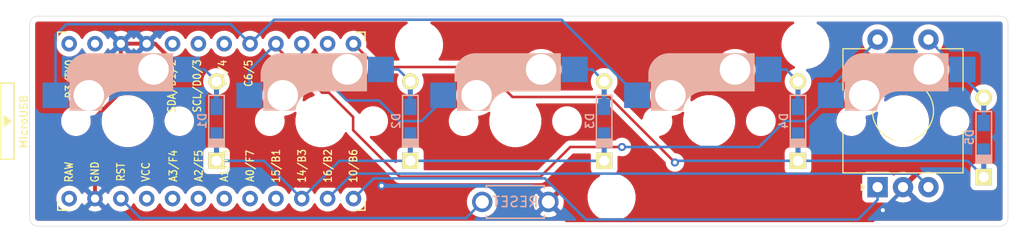
<source format=kicad_pcb>
(kicad_pcb (version 20171130) (host pcbnew "(5.1.10)-1")

  (general
    (thickness 1.6)
    (drawings 8)
    (tracks 90)
    (zones 0)
    (modules 16)
    (nets 28)
  )

  (page A4)
  (layers
    (0 F.Cu signal)
    (31 B.Cu signal)
    (32 B.Adhes user)
    (33 F.Adhes user)
    (34 B.Paste user)
    (35 F.Paste user)
    (36 B.SilkS user)
    (37 F.SilkS user)
    (38 B.Mask user)
    (39 F.Mask user)
    (40 Dwgs.User user)
    (41 Cmts.User user)
    (42 Eco1.User user)
    (43 Eco2.User user)
    (44 Edge.Cuts user)
    (45 Margin user)
    (46 B.CrtYd user)
    (47 F.CrtYd user)
    (48 B.Fab user hide)
    (49 F.Fab user hide)
  )

  (setup
    (last_trace_width 0.25)
    (user_trace_width 0.25)
    (user_trace_width 0.38)
    (trace_clearance 0.2)
    (zone_clearance 0.508)
    (zone_45_only no)
    (trace_min 0.2)
    (via_size 0.8)
    (via_drill 0.4)
    (via_min_size 0.4)
    (via_min_drill 0.3)
    (uvia_size 0.3)
    (uvia_drill 0.1)
    (uvias_allowed no)
    (uvia_min_size 0.2)
    (uvia_min_drill 0.1)
    (edge_width 0.05)
    (segment_width 0.2)
    (pcb_text_width 0.3)
    (pcb_text_size 1.5 1.5)
    (mod_edge_width 0.12)
    (mod_text_size 1 1)
    (mod_text_width 0.15)
    (pad_size 1.524 1.524)
    (pad_drill 0.762)
    (pad_to_mask_clearance 0)
    (aux_axis_origin 0 0)
    (grid_origin 189.738 47.498)
    (visible_elements 7FFFFFFF)
    (pcbplotparams
      (layerselection 0x010fc_ffffffff)
      (usegerberextensions true)
      (usegerberattributes true)
      (usegerberadvancedattributes true)
      (creategerberjobfile true)
      (excludeedgelayer true)
      (linewidth 0.100000)
      (plotframeref false)
      (viasonmask false)
      (mode 1)
      (useauxorigin false)
      (hpglpennumber 1)
      (hpglpenspeed 20)
      (hpglpendiameter 15.000000)
      (psnegative false)
      (psa4output false)
      (plotreference true)
      (plotvalue true)
      (plotinvisibletext false)
      (padsonsilk false)
      (subtractmaskfromsilk false)
      (outputformat 1)
      (mirror false)
      (drillshape 0)
      (scaleselection 1)
      (outputdirectory "gerbers/"))
  )

  (net 0 "")
  (net 1 "Net-(D1-Pad2)")
  (net 2 row0)
  (net 3 "Net-(D2-Pad2)")
  (net 4 "Net-(D3-Pad2)")
  (net 5 "Net-(D4-Pad2)")
  (net 6 row1)
  (net 7 "Net-(D5-Pad2)")
  (net 8 col0)
  (net 9 col1)
  (net 10 col2)
  (net 11 GND)
  (net 12 VCC)
  (net 13 Reset)
  (net 14 EncoderA)
  (net 15 EncoderB)
  (net 16 "Net-(U1-Pad24)")
  (net 17 "Net-(U1-Pad20)")
  (net 18 "Net-(U1-Pad19)")
  (net 19 "Net-(U1-Pad18)")
  (net 20 "Net-(U1-Pad17)")
  (net 21 "Net-(U1-Pad7)")
  (net 22 "Net-(U1-Pad2)")
  (net 23 "Net-(U1-Pad1)")
  (net 24 "Net-(U1-Pad11)")
  (net 25 "Net-(U1-Pad6)")
  (net 26 "Net-(U1-Pad5)")
  (net 27 "Net-(U1-Pad16)")

  (net_class Default "This is the default net class."
    (clearance 0.2)
    (trace_width 0.25)
    (via_dia 0.8)
    (via_drill 0.4)
    (uvia_dia 0.3)
    (uvia_drill 0.1)
    (add_net EncoderA)
    (add_net EncoderB)
    (add_net "Net-(D1-Pad2)")
    (add_net "Net-(D2-Pad2)")
    (add_net "Net-(D3-Pad2)")
    (add_net "Net-(D4-Pad2)")
    (add_net "Net-(D5-Pad2)")
    (add_net "Net-(U1-Pad1)")
    (add_net "Net-(U1-Pad11)")
    (add_net "Net-(U1-Pad16)")
    (add_net "Net-(U1-Pad17)")
    (add_net "Net-(U1-Pad18)")
    (add_net "Net-(U1-Pad19)")
    (add_net "Net-(U1-Pad2)")
    (add_net "Net-(U1-Pad20)")
    (add_net "Net-(U1-Pad24)")
    (add_net "Net-(U1-Pad5)")
    (add_net "Net-(U1-Pad6)")
    (add_net "Net-(U1-Pad7)")
    (add_net Reset)
    (add_net col0)
    (add_net col1)
    (add_net col2)
    (add_net row0)
    (add_net row1)
  )

  (net_class Power ""
    (clearance 0.2)
    (trace_width 0.38)
    (via_dia 0.8)
    (via_drill 0.4)
    (uvia_dia 0.3)
    (uvia_drill 0.1)
    (add_net GND)
    (add_net VCC)
  )

  (module MountingHole:MountingHole_3.7mm (layer F.Cu) (tedit 614F43D5) (tstamp 61500FF9)
    (at 172.339 81.28)
    (descr "Mounting Hole 3.7mm, no annular")
    (tags "mounting hole 3.7mm no annular")
    (attr virtual)
    (fp_text reference REF** (at 0 -4.7) (layer F.SilkS) hide
      (effects (font (size 1 1) (thickness 0.15)))
    )
    (fp_text value MountingHole_3.7mm (at 0 4.7) (layer F.Fab)
      (effects (font (size 1 1) (thickness 0.15)))
    )
    (pad 1 np_thru_hole circle (at 0 0) (size 3.7 3.7) (drill 3.7) (layers *.Cu *.Mask))
  )

  (module MountingHole:MountingHole_3.7mm (layer F.Cu) (tedit 614F43A6) (tstamp 61500FA9)
    (at 191.262 96.266)
    (descr "Mounting Hole 3.7mm, no annular")
    (tags "mounting hole 3.7mm no annular")
    (attr virtual)
    (fp_text reference REF** (at 0 -4.7) (layer F.SilkS) hide
      (effects (font (size 1 1) (thickness 0.15)))
    )
    (fp_text value MountingHole_3.7mm (at 0 4.7) (layer F.Fab)
      (effects (font (size 1 1) (thickness 0.15)))
    )
    (pad 1 np_thru_hole circle (at 0 0) (size 3.7 3.7) (drill 3.7) (layers *.Cu *.Mask))
  )

  (module MountingHole:MountingHole_3.7mm (layer F.Cu) (tedit 614F434F) (tstamp 61500F99)
    (at 210.312 81.28)
    (descr "Mounting Hole 3.7mm, no annular")
    (tags "mounting hole 3.7mm no annular")
    (attr virtual)
    (fp_text reference REF** (at 0 -4.7) (layer F.SilkS) hide
      (effects (font (size 1 1) (thickness 0.15)))
    )
    (fp_text value MountingHole_3.7mm (at 0 4.7) (layer F.Fab) hide
      (effects (font (size 1 1) (thickness 0.15)))
    )
    (pad 1 np_thru_hole circle (at 0 0) (size 3.7 3.7) (drill 3.7) (layers *.Cu *.Mask))
  )

  (module Keebio-Parts:RotaryEncoder_EC11-no-legs (layer F.Cu) (tedit 5D4C8138) (tstamp 614FFD4D)
    (at 219.9005 87.757 90)
    (descr "Alps rotary encoder, EC12E... with switch, vertical shaft, http://www.alps.com/prod/info/E/HTML/Encoder/Incremental/EC11/EC11E15204A3.html")
    (tags "rotary encoder")
    (path /6150121A)
    (fp_text reference SW2 (at -4.7 -7.2 90) (layer F.Fab)
      (effects (font (size 1 1) (thickness 0.15)))
    )
    (fp_text value Rotary_Encoder_Switch (at 0 7.9 90) (layer F.Fab)
      (effects (font (size 1 1) (thickness 0.15)))
    )
    (fp_text user %R (at 3.6 3.8 90) (layer F.Fab)
      (effects (font (size 1 1) (thickness 0.15)))
    )
    (fp_line (start -0.5 0) (end 0.5 0) (layer F.SilkS) (width 0.12))
    (fp_line (start 0 -0.5) (end 0 0.5) (layer F.SilkS) (width 0.12))
    (fp_line (start 6.1 3.5) (end 6.1 5.9) (layer F.SilkS) (width 0.12))
    (fp_line (start 6.1 -1.3) (end 6.1 1.3) (layer F.SilkS) (width 0.12))
    (fp_line (start 6.1 -5.9) (end 6.1 -3.5) (layer F.SilkS) (width 0.12))
    (fp_line (start -3 0) (end 3 0) (layer F.Fab) (width 0.12))
    (fp_line (start 0 -3) (end 0 3) (layer F.Fab) (width 0.12))
    (fp_line (start -7.2 -4.1) (end -7.5 -3.8) (layer F.SilkS) (width 0.12))
    (fp_line (start -7.8 -4.1) (end -7.2 -4.1) (layer F.SilkS) (width 0.12))
    (fp_line (start -7.5 -3.8) (end -7.8 -4.1) (layer F.SilkS) (width 0.12))
    (fp_line (start -6.1 -5.9) (end -6.1 5.9) (layer F.SilkS) (width 0.12))
    (fp_line (start -2 -5.9) (end -6.1 -5.9) (layer F.SilkS) (width 0.12))
    (fp_line (start -2 5.9) (end -6.1 5.9) (layer F.SilkS) (width 0.12))
    (fp_line (start 6.1 5.9) (end 2 5.9) (layer F.SilkS) (width 0.12))
    (fp_line (start 2 -5.9) (end 6.1 -5.9) (layer F.SilkS) (width 0.12))
    (fp_line (start -6 -4.7) (end -5 -5.8) (layer F.Fab) (width 0.12))
    (fp_line (start -6 5.8) (end -6 -4.7) (layer F.Fab) (width 0.12))
    (fp_line (start 6 5.8) (end -6 5.8) (layer F.Fab) (width 0.12))
    (fp_line (start 6 -5.8) (end 6 5.8) (layer F.Fab) (width 0.12))
    (fp_line (start -5 -5.8) (end 6 -5.8) (layer F.Fab) (width 0.12))
    (fp_line (start -9 -7.1) (end 8.5 -7.1) (layer F.CrtYd) (width 0.05))
    (fp_line (start -9 -7.1) (end -9 7.1) (layer F.CrtYd) (width 0.05))
    (fp_line (start 8.5 7.1) (end 8.5 -7.1) (layer F.CrtYd) (width 0.05))
    (fp_line (start 8.5 7.1) (end -9 7.1) (layer F.CrtYd) (width 0.05))
    (fp_circle (center 0 0) (end 3 0) (layer F.SilkS) (width 0.12))
    (fp_circle (center 0 0) (end 3 0) (layer F.Fab) (width 0.12))
    (pad A thru_hole rect (at -7.5 -2.5 90) (size 2 2) (drill 1) (layers *.Cu *.Mask)
      (net 14 EncoderA))
    (pad C thru_hole circle (at -7.5 0 90) (size 2 2) (drill 1) (layers *.Cu *.Mask)
      (net 11 GND))
    (pad B thru_hole circle (at -7.5 2.5 90) (size 2 2) (drill 1) (layers *.Cu *.Mask)
      (net 15 EncoderB))
    (pad S2 thru_hole circle (at 7 -2.5 90) (size 2 2) (drill 1) (layers *.Cu *.Mask)
      (net 9 col1))
    (pad S1 thru_hole circle (at 7 2.5 90) (size 2 2) (drill 1) (layers *.Cu *.Mask)
      (net 7 "Net-(D5-Pad2)"))
    (model ${KISYS3DMOD}/Rotary_Encoder.3dshapes/RotaryEncoder_Alps_EC11E-Switch_Vertical_H20mm.wrl
      (at (xyz 0 0 0))
      (scale (xyz 1 1 1))
      (rotate (xyz 0 0 0))
    )
  )

  (module kbd:ProMicro_v3 (layer F.Cu) (tedit 5F85C4CB) (tstamp 614FFD9E)
    (at 152.43175 88.773 90)
    (path /614E1ECA)
    (fp_text reference U1 (at 0 -5 180) (layer F.SilkS) hide
      (effects (font (size 1 1) (thickness 0.15)))
    )
    (fp_text value ProMicro (at -0.1 0.05) (layer F.Fab) hide
      (effects (font (size 1 1) (thickness 0.15)))
    )
    (fp_text user RAW (at -4.995 -14.5 90 unlocked) (layer F.SilkS)
      (effects (font (size 0.75 0.67) (thickness 0.125)))
    )
    (fp_text user GND (at -4.995 -11.95 90 unlocked) (layer F.SilkS)
      (effects (font (size 0.75 0.67) (thickness 0.125)))
    )
    (fp_text user RST (at -4.995 -9.4 90 unlocked) (layer F.SilkS)
      (effects (font (size 0.75 0.67) (thickness 0.125)))
    )
    (fp_text user VCC (at -4.995 -6.95 90 unlocked) (layer F.SilkS)
      (effects (font (size 0.75 0.67) (thickness 0.125)))
    )
    (fp_text user A3/F4 (at -4.395 -4.25 90 unlocked) (layer F.SilkS)
      (effects (font (size 0.75 0.67) (thickness 0.125)))
    )
    (fp_text user A2/F5 (at -4.395 -1.75 90 unlocked) (layer F.SilkS)
      (effects (font (size 0.75 0.67) (thickness 0.125)))
    )
    (fp_text user A1/F6 (at -4.395 0.75 90 unlocked) (layer F.SilkS)
      (effects (font (size 0.75 0.67) (thickness 0.125)))
    )
    (fp_text user A0/F7 (at -4.395 3.3 90 unlocked) (layer F.SilkS)
      (effects (font (size 0.75 0.67) (thickness 0.125)))
    )
    (fp_text user 15/B1 (at -4.395 5.85 90 unlocked) (layer F.SilkS)
      (effects (font (size 0.75 0.67) (thickness 0.125)))
    )
    (fp_text user 14/B3 (at -4.395 8.4 90 unlocked) (layer F.SilkS)
      (effects (font (size 0.75 0.67) (thickness 0.125)))
    )
    (fp_text user 10/B6 (at -4.395 13.45 90 unlocked) (layer F.SilkS)
      (effects (font (size 0.75 0.67) (thickness 0.125)))
    )
    (fp_text user 16/B2 (at -4.395 10.95 90 unlocked) (layer F.SilkS)
      (effects (font (size 0.75 0.67) (thickness 0.125)))
    )
    (fp_text user E6/7 (at 4.705 8.25 90 unlocked) (layer F.SilkS)
      (effects (font (size 0.75 0.67) (thickness 0.125)))
    )
    (fp_text user D7/6 (at 4.705 5.7 90 unlocked) (layer F.SilkS)
      (effects (font (size 0.75 0.67) (thickness 0.125)))
    )
    (fp_text user GND (at 4.955 -9.35 90 unlocked) (layer F.SilkS)
      (effects (font (size 0.75 0.67) (thickness 0.125)))
    )
    (fp_text user GND (at 4.955 -6.9 90 unlocked) (layer F.SilkS)
      (effects (font (size 0.75 0.67) (thickness 0.125)))
    )
    (fp_text user D3/TX0 (at 4.155 -14.45 90 unlocked) (layer F.SilkS)
      (effects (font (size 0.75 0.67) (thickness 0.125)))
    )
    (fp_text user D4/4 (at 4.705 0.6 90 unlocked) (layer F.SilkS)
      (effects (font (size 0.75 0.67) (thickness 0.125)))
    )
    (fp_text user SDA/D1/2 (at 3.455 -4.4 90 unlocked) (layer F.SilkS)
      (effects (font (size 0.75 0.67) (thickness 0.125)))
    )
    (fp_text user SCL/D0/3 (at 3.455 -1.9 90 unlocked) (layer F.SilkS)
      (effects (font (size 0.75 0.67) (thickness 0.125)))
    )
    (fp_text user C6/5 (at 4.705 3.15 90 unlocked) (layer F.SilkS)
      (effects (font (size 0.75 0.67) (thickness 0.125)))
    )
    (fp_text user B5/9 (at 4.705 13.3 90 unlocked) (layer F.SilkS)
      (effects (font (size 0.75 0.67) (thickness 0.125)))
    )
    (fp_text user D2/RX1 (at 4.155 -11.9 90 unlocked) (layer F.SilkS)
      (effects (font (size 0.75 0.67) (thickness 0.125)))
    )
    (fp_text user B4/8 (at 4.705 10.8 90 unlocked) (layer F.SilkS)
      (effects (font (size 0.75 0.67) (thickness 0.125)))
    )
    (fp_text user MicroUSB (at -0.05 -18.95 90) (layer F.SilkS)
      (effects (font (size 0.75 0.75) (thickness 0.12)))
    )
    (fp_text user MicroUSB (at -0.05 -18.95 90) (layer F.SilkS)
      (effects (font (size 0.75 0.75) (thickness 0.12)))
    )
    (fp_line (start -0.15 -20.4) (end 0.15 -20.4) (layer F.SilkS) (width 0.15))
    (fp_line (start -0.25 -20.55) (end 0.25 -20.55) (layer F.SilkS) (width 0.15))
    (fp_line (start -0.35 -20.7) (end 0.35 -20.7) (layer F.SilkS) (width 0.15))
    (fp_line (start 0 -20.2) (end -0.5 -20.85) (layer F.SilkS) (width 0.15))
    (fp_line (start 0.5 -20.85) (end 0 -20.2) (layer F.SilkS) (width 0.15))
    (fp_line (start -0.5 -20.85) (end 0.5 -20.85) (layer F.SilkS) (width 0.15))
    (fp_line (start 3.75 -21.2) (end -3.75 -21.2) (layer F.SilkS) (width 0.15))
    (fp_line (start 3.75 -19.9) (end 3.75 -21.2) (layer F.SilkS) (width 0.15))
    (fp_line (start -3.75 -19.9) (end 3.75 -19.9) (layer F.SilkS) (width 0.15))
    (fp_line (start -3.75 -21.2) (end -3.75 -19.9) (layer F.SilkS) (width 0.15))
    (fp_line (start 3.76 -18.3) (end 8.9 -18.3) (layer F.Fab) (width 0.15))
    (fp_line (start -3.75 -18.3) (end 3.75 -18.3) (layer F.Fab) (width 0.15))
    (fp_line (start -3.75 -19.6) (end -3.75 -18.299039) (layer F.Fab) (width 0.15))
    (fp_line (start 3.75 -19.6) (end 3.75 -18.3) (layer F.Fab) (width 0.15))
    (fp_line (start -3.75 -19.6) (end 3.75 -19.6) (layer F.Fab) (width 0.15))
    (fp_line (start -8.9 -18.3) (end -3.75 -18.3) (layer F.Fab) (width 0.15))
    (fp_line (start 8.9 -18.3) (end 8.9 14.75) (layer F.Fab) (width 0.15))
    (fp_line (start 8.9 14.75) (end -8.9 14.75) (layer F.Fab) (width 0.15))
    (fp_line (start -8.9 14.75) (end -8.9 -18.3) (layer F.Fab) (width 0.15))
    (fp_line (start -8.75 -15.6) (end -8.75 -14.75) (layer F.SilkS) (width 0.15))
    (fp_line (start 8.75 -15.6) (end 8.75 -14.75) (layer F.SilkS) (width 0.15))
    (fp_line (start -8.75 -15.6) (end -7.9 -15.6) (layer F.SilkS) (width 0.15))
    (fp_line (start 8.75 -15.6) (end 7.95 -15.6) (layer F.SilkS) (width 0.15))
    (fp_line (start -8.75 13.7) (end -8.75 14.6) (layer F.SilkS) (width 0.15))
    (fp_line (start 8.75 13.75) (end 8.75 14.6) (layer F.SilkS) (width 0.15))
    (fp_line (start -8.75 14.6) (end -7.9 14.6) (layer F.SilkS) (width 0.15))
    (fp_line (start 8.75 14.6) (end 7.89 14.6) (layer F.SilkS) (width 0.15))
    (pad 24 thru_hole circle (at -7.6086 -14.478 90) (size 1.524 1.524) (drill 0.8128) (layers *.Cu B.Mask)
      (net 16 "Net-(U1-Pad24)"))
    (pad 23 thru_hole circle (at -7.6086 -11.938 90) (size 1.524 1.524) (drill 0.8128) (layers *.Cu B.Mask)
      (net 11 GND))
    (pad 22 thru_hole circle (at -7.6086 -9.398 90) (size 1.524 1.524) (drill 0.8128) (layers *.Cu B.Mask)
      (net 13 Reset))
    (pad 21 thru_hole circle (at -7.6086 -6.858 90) (size 1.524 1.524) (drill 0.8128) (layers *.Cu B.Mask)
      (net 12 VCC))
    (pad 20 thru_hole circle (at -7.6086 -4.318 90) (size 1.524 1.524) (drill 0.8128) (layers *.Cu B.Mask)
      (net 17 "Net-(U1-Pad20)"))
    (pad 19 thru_hole circle (at -7.6086 -1.778 90) (size 1.524 1.524) (drill 0.8128) (layers *.Cu B.Mask)
      (net 18 "Net-(U1-Pad19)"))
    (pad 18 thru_hole circle (at -7.6086 0.762 90) (size 1.524 1.524) (drill 0.8128) (layers *.Cu B.Mask)
      (net 19 "Net-(U1-Pad18)"))
    (pad 17 thru_hole circle (at -7.6086 3.302 90) (size 1.524 1.524) (drill 0.8128) (layers *.Cu B.Mask)
      (net 20 "Net-(U1-Pad17)"))
    (pad 16 thru_hole circle (at -7.6086 5.842 90) (size 1.524 1.524) (drill 0.8128) (layers *.Cu B.Mask)
      (net 27 "Net-(U1-Pad16)"))
    (pad 15 thru_hole circle (at -7.6086 8.382 90) (size 1.524 1.524) (drill 0.8128) (layers *.Cu B.Mask)
      (net 2 row0))
    (pad 14 thru_hole circle (at -7.6086 10.922 90) (size 1.524 1.524) (drill 0.8128) (layers *.Cu B.Mask)
      (net 15 EncoderB))
    (pad 13 thru_hole circle (at -7.6086 13.462 90) (size 1.524 1.524) (drill 0.8128) (layers *.Cu B.Mask)
      (net 14 EncoderA))
    (pad 12 thru_hole circle (at 7.6114 13.462 90) (size 1.524 1.524) (drill 0.8128) (layers *.Cu B.Mask)
      (net 6 row1))
    (pad 11 thru_hole circle (at 7.6114 10.922 90) (size 1.524 1.524) (drill 0.8128) (layers *.Cu B.Mask)
      (net 24 "Net-(U1-Pad11)"))
    (pad 10 thru_hole circle (at 7.6114 8.382 90) (size 1.524 1.524) (drill 0.8128) (layers *.Cu B.Mask)
      (net 10 col2))
    (pad 9 thru_hole circle (at 7.6114 5.842 90) (size 1.524 1.524) (drill 0.8128) (layers *.Cu B.Mask)
      (net 9 col1))
    (pad 8 thru_hole circle (at 7.6114 3.302 90) (size 1.524 1.524) (drill 0.8128) (layers *.Cu B.Mask)
      (net 8 col0))
    (pad 7 thru_hole circle (at 7.6114 0.762 90) (size 1.524 1.524) (drill 0.8128) (layers *.Cu B.Mask)
      (net 21 "Net-(U1-Pad7)"))
    (pad 6 thru_hole circle (at 7.6114 -1.778 90) (size 1.524 1.524) (drill 0.8128) (layers *.Cu B.Mask)
      (net 25 "Net-(U1-Pad6)"))
    (pad 5 thru_hole circle (at 7.6114 -4.318 90) (size 1.524 1.524) (drill 0.8128) (layers *.Cu B.Mask)
      (net 26 "Net-(U1-Pad5)"))
    (pad 4 thru_hole circle (at 7.6114 -6.858 90) (size 1.524 1.524) (drill 0.8128) (layers *.Cu B.Mask)
      (net 11 GND))
    (pad 3 thru_hole circle (at 7.6114 -9.398 90) (size 1.524 1.524) (drill 0.8128) (layers *.Cu B.Mask)
      (net 11 GND))
    (pad 2 thru_hole circle (at 7.6114 -11.938 90) (size 1.524 1.524) (drill 0.8128) (layers *.Cu B.Mask)
      (net 22 "Net-(U1-Pad2)"))
    (pad 1 thru_hole circle (at 7.6114 -14.478 90) (size 1.524 1.524) (drill 0.8128) (layers *.Cu B.Mask)
      (net 23 "Net-(U1-Pad1)"))
    (model /Users/foostan/src/github.com/foostan/kbd/kicad-packages3D/kbd.3dshapes/ProMicro.step
      (offset (xyz 0 1.8 2.5))
      (scale (xyz 1 1 1))
      (rotate (xyz 0 180 0))
    )
  )

  (module kbd:ResetSW_1side (layer B.Cu) (tedit 5F8C82CB) (tstamp 61500EDD)
    (at 181.8005 96.7105 180)
    (path /614E4310)
    (fp_text reference SW1 (at 0 -2.55 180) (layer B.SilkS) hide
      (effects (font (size 1 1) (thickness 0.15)) (justify mirror))
    )
    (fp_text value SW_Push (at 0 2.55 180) (layer B.Fab)
      (effects (font (size 1 1) (thickness 0.15)) (justify mirror))
    )
    (fp_text user RESET (at 0 0 180) (layer B.SilkS)
      (effects (font (size 1 1) (thickness 0.15)) (justify mirror))
    )
    (fp_line (start -2.85 -1.6) (end 2.85 -1.6) (layer B.SilkS) (width 0.15))
    (fp_line (start 2.85 -1.6) (end 2.85 -1.35) (layer B.SilkS) (width 0.15))
    (fp_line (start -2.85 -1.6) (end -2.85 -1.35) (layer B.SilkS) (width 0.15))
    (fp_line (start -2.85 1.6) (end -2.85 1.35) (layer B.SilkS) (width 0.15))
    (fp_line (start -2.85 1.6) (end 2.85 1.6) (layer B.SilkS) (width 0.15))
    (fp_line (start 2.85 1.6) (end 2.85 1.35) (layer B.SilkS) (width 0.15))
    (pad 2 thru_hole circle (at -3.25 0 180) (size 2 2) (drill 1.3) (layers *.Cu F.Mask)
      (net 11 GND))
    (pad 1 thru_hole circle (at 3.25 0 180) (size 2 2) (drill 1.3) (layers *.Cu F.Mask)
      (net 13 Reset))
    (model /Users/foostan/src/github.com/foostan/kbd/kicad-packages3D/kbd.3dshapes/tact-switch.step
      (offset (xyz 0 0 3.47))
      (scale (xyz 1 1 1))
      (rotate (xyz 0 0 0))
    )
  )

  (module kbd:CherryMX_Hotswap (layer F.Cu) (tedit 5F70BC32) (tstamp 614FFD1C)
    (at 219.9005 88.773)
    (path /614F33D1)
    (fp_text reference MX5 (at 7.1 8.2) (layer F.SilkS) hide
      (effects (font (size 1 1) (thickness 0.15)))
    )
    (fp_text value MX-NoLED (at -4.8 8.3) (layer F.Fab) hide
      (effects (font (size 1 1) (thickness 0.15)))
    )
    (fp_arc (start -0.465 -0.83) (end -0.4 -3) (angle -84) (layer B.SilkS) (width 0.15))
    (fp_arc (start -3.9 -4.6) (end -3.800001 -6.6) (angle -90) (layer B.SilkS) (width 0.15))
    (fp_arc (start -0.865 -1.23) (end -0.8 -3.4) (angle -84) (layer B.SilkS) (width 1))
    (fp_line (start 4.25 -6.4) (end 3 -6.4) (layer B.SilkS) (width 0.4))
    (fp_line (start -5.45 -1.3) (end -3 -1.3) (layer B.SilkS) (width 0.5))
    (fp_line (start 4.4 -6.6) (end -3.800001 -6.6) (layer B.SilkS) (width 0.15))
    (fp_line (start -0.4 -3) (end 4.4 -3) (layer B.SilkS) (width 0.15))
    (fp_line (start -5.65 -1.1) (end -2.62 -1.1) (layer B.SilkS) (width 0.15))
    (fp_line (start -5.9 -4.7) (end -5.9 -3.95) (layer B.SilkS) (width 0.15))
    (fp_line (start -5.65 -5.55) (end -5.65 -1.1) (layer B.SilkS) (width 0.15))
    (fp_line (start -5.9 -3.95) (end -5.7 -3.95) (layer B.SilkS) (width 0.15))
    (fp_line (start 4.38 -4) (end 4.38 -6.25) (layer B.SilkS) (width 0.15))
    (fp_line (start 4.4 -3) (end 4.4 -6.6) (layer B.SilkS) (width 0.15))
    (fp_line (start 2.6 -4.8) (end -4.1 -4.8) (layer B.SilkS) (width 3.5))
    (fp_line (start 3.9 -6) (end 3.9 -3.5) (layer B.SilkS) (width 1))
    (fp_line (start 4.2 -3.25) (end 2.9 -3.3) (layer B.SilkS) (width 0.5))
    (fp_line (start -4.17 -5.1) (end -4.17 -2.86) (layer B.SilkS) (width 3))
    (fp_line (start -5.3 -1.6) (end -5.3 -3.399999) (layer B.SilkS) (width 0.8))
    (fp_line (start -5.8 -4.05) (end -5.8 -4.7) (layer B.SilkS) (width 0.3))
    (fp_line (start -9.525 -9.525) (end 9.525 -9.525) (layer Dwgs.User) (width 0.15))
    (fp_line (start 9.525 -9.525) (end 9.525 9.525) (layer Dwgs.User) (width 0.15))
    (fp_line (start 9.525 9.525) (end -9.525 9.525) (layer Dwgs.User) (width 0.15))
    (fp_line (start -9.525 9.525) (end -9.525 -9.525) (layer Dwgs.User) (width 0.15))
    (fp_line (start -7 -6) (end -7 -7) (layer Dwgs.User) (width 0.15))
    (fp_line (start 7 -7) (end 6 -7) (layer Dwgs.User) (width 0.15))
    (fp_line (start -7 6) (end -7 7) (layer Dwgs.User) (width 0.15))
    (fp_line (start 6 7) (end 7 7) (layer Dwgs.User) (width 0.15))
    (fp_line (start 7 7) (end 7 6) (layer Dwgs.User) (width 0.15))
    (fp_line (start -7 -7) (end -6 -7) (layer Dwgs.User) (width 0.15))
    (fp_line (start 7 -7) (end 7 -6) (layer Dwgs.User) (width 0.15))
    (fp_line (start -7 7) (end -6 7) (layer Dwgs.User) (width 0.15))
    (pad "" np_thru_hole circle (at 2.54 -5.08) (size 3 3) (drill 3) (layers *.Cu *.Mask))
    (pad "" np_thru_hole circle (at -3.81 -2.54) (size 3 3) (drill 3) (layers *.Cu *.Mask))
    (pad 2 smd rect (at 5.842 -5.08 180) (size 2.55 2.5) (layers B.Cu B.Paste B.Mask)
      (net 7 "Net-(D5-Pad2)"))
    (pad "" np_thru_hole circle (at -5.08 0) (size 1.9 1.9) (drill 1.9) (layers *.Cu *.Mask))
    (pad "" np_thru_hole circle (at 5.08 0) (size 1.9 1.9) (drill 1.9) (layers *.Cu *.Mask))
    (pad "" np_thru_hole circle (at 0 0 90) (size 4.1 4.1) (drill 4.1) (layers *.Cu *.Mask))
    (pad 1 smd rect (at -7.085 -2.54 180) (size 2.55 2.5) (layers B.Cu B.Paste B.Mask)
      (net 9 col1))
    (model /Users/foostan/src/github.com/foostan/kbd/kicad-packages3D/kbd.3dshapes/Kailh-CherryMX-Socket.step
      (offset (xyz -1.3 7.6 -3.6))
      (scale (xyz 1 1 1))
      (rotate (xyz 0 0 180))
    )
  )

  (module kbd:CherryMX_Hotswap (layer F.Cu) (tedit 5F70BC32) (tstamp 614FFCF2)
    (at 200.8505 88.773)
    (path /614F1EEE)
    (fp_text reference MX4 (at 7.1 8.2) (layer F.SilkS) hide
      (effects (font (size 1 1) (thickness 0.15)))
    )
    (fp_text value MX-NoLED (at -4.8 8.3) (layer F.Fab) hide
      (effects (font (size 1 1) (thickness 0.15)))
    )
    (fp_arc (start -0.465 -0.83) (end -0.4 -3) (angle -84) (layer B.SilkS) (width 0.15))
    (fp_arc (start -3.9 -4.6) (end -3.800001 -6.6) (angle -90) (layer B.SilkS) (width 0.15))
    (fp_arc (start -0.865 -1.23) (end -0.8 -3.4) (angle -84) (layer B.SilkS) (width 1))
    (fp_line (start 4.25 -6.4) (end 3 -6.4) (layer B.SilkS) (width 0.4))
    (fp_line (start -5.45 -1.3) (end -3 -1.3) (layer B.SilkS) (width 0.5))
    (fp_line (start 4.4 -6.6) (end -3.800001 -6.6) (layer B.SilkS) (width 0.15))
    (fp_line (start -0.4 -3) (end 4.4 -3) (layer B.SilkS) (width 0.15))
    (fp_line (start -5.65 -1.1) (end -2.62 -1.1) (layer B.SilkS) (width 0.15))
    (fp_line (start -5.9 -4.7) (end -5.9 -3.95) (layer B.SilkS) (width 0.15))
    (fp_line (start -5.65 -5.55) (end -5.65 -1.1) (layer B.SilkS) (width 0.15))
    (fp_line (start -5.9 -3.95) (end -5.7 -3.95) (layer B.SilkS) (width 0.15))
    (fp_line (start 4.38 -4) (end 4.38 -6.25) (layer B.SilkS) (width 0.15))
    (fp_line (start 4.4 -3) (end 4.4 -6.6) (layer B.SilkS) (width 0.15))
    (fp_line (start 2.6 -4.8) (end -4.1 -4.8) (layer B.SilkS) (width 3.5))
    (fp_line (start 3.9 -6) (end 3.9 -3.5) (layer B.SilkS) (width 1))
    (fp_line (start 4.2 -3.25) (end 2.9 -3.3) (layer B.SilkS) (width 0.5))
    (fp_line (start -4.17 -5.1) (end -4.17 -2.86) (layer B.SilkS) (width 3))
    (fp_line (start -5.3 -1.6) (end -5.3 -3.399999) (layer B.SilkS) (width 0.8))
    (fp_line (start -5.8 -4.05) (end -5.8 -4.7) (layer B.SilkS) (width 0.3))
    (fp_line (start -9.525 -9.525) (end 9.525 -9.525) (layer Dwgs.User) (width 0.15))
    (fp_line (start 9.525 -9.525) (end 9.525 9.525) (layer Dwgs.User) (width 0.15))
    (fp_line (start 9.525 9.525) (end -9.525 9.525) (layer Dwgs.User) (width 0.15))
    (fp_line (start -9.525 9.525) (end -9.525 -9.525) (layer Dwgs.User) (width 0.15))
    (fp_line (start -7 -6) (end -7 -7) (layer Dwgs.User) (width 0.15))
    (fp_line (start 7 -7) (end 6 -7) (layer Dwgs.User) (width 0.15))
    (fp_line (start -7 6) (end -7 7) (layer Dwgs.User) (width 0.15))
    (fp_line (start 6 7) (end 7 7) (layer Dwgs.User) (width 0.15))
    (fp_line (start 7 7) (end 7 6) (layer Dwgs.User) (width 0.15))
    (fp_line (start -7 -7) (end -6 -7) (layer Dwgs.User) (width 0.15))
    (fp_line (start 7 -7) (end 7 -6) (layer Dwgs.User) (width 0.15))
    (fp_line (start -7 7) (end -6 7) (layer Dwgs.User) (width 0.15))
    (pad "" np_thru_hole circle (at 2.54 -5.08) (size 3 3) (drill 3) (layers *.Cu *.Mask))
    (pad "" np_thru_hole circle (at -3.81 -2.54) (size 3 3) (drill 3) (layers *.Cu *.Mask))
    (pad 2 smd rect (at 5.842 -5.08 180) (size 2.55 2.5) (layers B.Cu B.Paste B.Mask)
      (net 5 "Net-(D4-Pad2)"))
    (pad "" np_thru_hole circle (at -5.08 0) (size 1.9 1.9) (drill 1.9) (layers *.Cu *.Mask))
    (pad "" np_thru_hole circle (at 5.08 0) (size 1.9 1.9) (drill 1.9) (layers *.Cu *.Mask))
    (pad "" np_thru_hole circle (at 0 0 90) (size 4.1 4.1) (drill 4.1) (layers *.Cu *.Mask))
    (pad 1 smd rect (at -7.085 -2.54 180) (size 2.55 2.5) (layers B.Cu B.Paste B.Mask)
      (net 8 col0))
    (model /Users/foostan/src/github.com/foostan/kbd/kicad-packages3D/kbd.3dshapes/Kailh-CherryMX-Socket.step
      (offset (xyz -1.3 7.6 -3.6))
      (scale (xyz 1 1 1))
      (rotate (xyz 0 0 180))
    )
  )

  (module kbd:CherryMX_Hotswap (layer F.Cu) (tedit 5F70BC32) (tstamp 61500C33)
    (at 181.8005 88.773)
    (path /614FC81C)
    (fp_text reference MX3 (at 7.1 8.2) (layer F.SilkS) hide
      (effects (font (size 1 1) (thickness 0.15)))
    )
    (fp_text value MX-NoLED (at -4.8 8.3) (layer F.Fab) hide
      (effects (font (size 1 1) (thickness 0.15)))
    )
    (fp_arc (start -0.465 -0.83) (end -0.4 -3) (angle -84) (layer B.SilkS) (width 0.15))
    (fp_arc (start -3.9 -4.6) (end -3.800001 -6.6) (angle -90) (layer B.SilkS) (width 0.15))
    (fp_arc (start -0.865 -1.23) (end -0.8 -3.4) (angle -84) (layer B.SilkS) (width 1))
    (fp_line (start 4.25 -6.4) (end 3 -6.4) (layer B.SilkS) (width 0.4))
    (fp_line (start -5.45 -1.3) (end -3 -1.3) (layer B.SilkS) (width 0.5))
    (fp_line (start 4.4 -6.6) (end -3.800001 -6.6) (layer B.SilkS) (width 0.15))
    (fp_line (start -0.4 -3) (end 4.4 -3) (layer B.SilkS) (width 0.15))
    (fp_line (start -5.65 -1.1) (end -2.62 -1.1) (layer B.SilkS) (width 0.15))
    (fp_line (start -5.9 -4.7) (end -5.9 -3.95) (layer B.SilkS) (width 0.15))
    (fp_line (start -5.65 -5.55) (end -5.65 -1.1) (layer B.SilkS) (width 0.15))
    (fp_line (start -5.9 -3.95) (end -5.7 -3.95) (layer B.SilkS) (width 0.15))
    (fp_line (start 4.38 -4) (end 4.38 -6.25) (layer B.SilkS) (width 0.15))
    (fp_line (start 4.4 -3) (end 4.4 -6.6) (layer B.SilkS) (width 0.15))
    (fp_line (start 2.6 -4.8) (end -4.1 -4.8) (layer B.SilkS) (width 3.5))
    (fp_line (start 3.9 -6) (end 3.9 -3.5) (layer B.SilkS) (width 1))
    (fp_line (start 4.2 -3.25) (end 2.9 -3.3) (layer B.SilkS) (width 0.5))
    (fp_line (start -4.17 -5.1) (end -4.17 -2.86) (layer B.SilkS) (width 3))
    (fp_line (start -5.3 -1.6) (end -5.3 -3.399999) (layer B.SilkS) (width 0.8))
    (fp_line (start -5.8 -4.05) (end -5.8 -4.7) (layer B.SilkS) (width 0.3))
    (fp_line (start -9.525 -9.525) (end 9.525 -9.525) (layer Dwgs.User) (width 0.15))
    (fp_line (start 9.525 -9.525) (end 9.525 9.525) (layer Dwgs.User) (width 0.15))
    (fp_line (start 9.525 9.525) (end -9.525 9.525) (layer Dwgs.User) (width 0.15))
    (fp_line (start -9.525 9.525) (end -9.525 -9.525) (layer Dwgs.User) (width 0.15))
    (fp_line (start -7 -6) (end -7 -7) (layer Dwgs.User) (width 0.15))
    (fp_line (start 7 -7) (end 6 -7) (layer Dwgs.User) (width 0.15))
    (fp_line (start -7 6) (end -7 7) (layer Dwgs.User) (width 0.15))
    (fp_line (start 6 7) (end 7 7) (layer Dwgs.User) (width 0.15))
    (fp_line (start 7 7) (end 7 6) (layer Dwgs.User) (width 0.15))
    (fp_line (start -7 -7) (end -6 -7) (layer Dwgs.User) (width 0.15))
    (fp_line (start 7 -7) (end 7 -6) (layer Dwgs.User) (width 0.15))
    (fp_line (start -7 7) (end -6 7) (layer Dwgs.User) (width 0.15))
    (pad "" np_thru_hole circle (at 2.54 -5.08) (size 3 3) (drill 3) (layers *.Cu *.Mask))
    (pad "" np_thru_hole circle (at -3.81 -2.54) (size 3 3) (drill 3) (layers *.Cu *.Mask))
    (pad 2 smd rect (at 5.842 -5.08 180) (size 2.55 2.5) (layers B.Cu B.Paste B.Mask)
      (net 4 "Net-(D3-Pad2)"))
    (pad "" np_thru_hole circle (at -5.08 0) (size 1.9 1.9) (drill 1.9) (layers *.Cu *.Mask))
    (pad "" np_thru_hole circle (at 5.08 0) (size 1.9 1.9) (drill 1.9) (layers *.Cu *.Mask))
    (pad "" np_thru_hole circle (at 0 0 90) (size 4.1 4.1) (drill 4.1) (layers *.Cu *.Mask))
    (pad 1 smd rect (at -7.085 -2.54 180) (size 2.55 2.5) (layers B.Cu B.Paste B.Mask)
      (net 10 col2))
    (model /Users/foostan/src/github.com/foostan/kbd/kicad-packages3D/kbd.3dshapes/Kailh-CherryMX-Socket.step
      (offset (xyz -1.3 7.6 -3.6))
      (scale (xyz 1 1 1))
      (rotate (xyz 0 0 180))
    )
  )

  (module kbd:CherryMX_Hotswap (layer F.Cu) (tedit 5F70BC32) (tstamp 614FFC9E)
    (at 162.7505 88.773)
    (path /614F1B4A)
    (fp_text reference MX2 (at 7.1 8.2) (layer F.SilkS) hide
      (effects (font (size 1 1) (thickness 0.15)))
    )
    (fp_text value MX-NoLED (at -4.8 8.3) (layer F.Fab) hide
      (effects (font (size 1 1) (thickness 0.15)))
    )
    (fp_arc (start -0.465 -0.83) (end -0.4 -3) (angle -84) (layer B.SilkS) (width 0.15))
    (fp_arc (start -3.9 -4.6) (end -3.800001 -6.6) (angle -90) (layer B.SilkS) (width 0.15))
    (fp_arc (start -0.865 -1.23) (end -0.8 -3.4) (angle -84) (layer B.SilkS) (width 1))
    (fp_line (start 4.25 -6.4) (end 3 -6.4) (layer B.SilkS) (width 0.4))
    (fp_line (start -5.45 -1.3) (end -3 -1.3) (layer B.SilkS) (width 0.5))
    (fp_line (start 4.4 -6.6) (end -3.800001 -6.6) (layer B.SilkS) (width 0.15))
    (fp_line (start -0.4 -3) (end 4.4 -3) (layer B.SilkS) (width 0.15))
    (fp_line (start -5.65 -1.1) (end -2.62 -1.1) (layer B.SilkS) (width 0.15))
    (fp_line (start -5.9 -4.7) (end -5.9 -3.95) (layer B.SilkS) (width 0.15))
    (fp_line (start -5.65 -5.55) (end -5.65 -1.1) (layer B.SilkS) (width 0.15))
    (fp_line (start -5.9 -3.95) (end -5.7 -3.95) (layer B.SilkS) (width 0.15))
    (fp_line (start 4.38 -4) (end 4.38 -6.25) (layer B.SilkS) (width 0.15))
    (fp_line (start 4.4 -3) (end 4.4 -6.6) (layer B.SilkS) (width 0.15))
    (fp_line (start 2.6 -4.8) (end -4.1 -4.8) (layer B.SilkS) (width 3.5))
    (fp_line (start 3.9 -6) (end 3.9 -3.5) (layer B.SilkS) (width 1))
    (fp_line (start 4.2 -3.25) (end 2.9 -3.3) (layer B.SilkS) (width 0.5))
    (fp_line (start -4.17 -5.1) (end -4.17 -2.86) (layer B.SilkS) (width 3))
    (fp_line (start -5.3 -1.6) (end -5.3 -3.399999) (layer B.SilkS) (width 0.8))
    (fp_line (start -5.8 -4.05) (end -5.8 -4.7) (layer B.SilkS) (width 0.3))
    (fp_line (start -9.525 -9.525) (end 9.525 -9.525) (layer Dwgs.User) (width 0.15))
    (fp_line (start 9.525 -9.525) (end 9.525 9.525) (layer Dwgs.User) (width 0.15))
    (fp_line (start 9.525 9.525) (end -9.525 9.525) (layer Dwgs.User) (width 0.15))
    (fp_line (start -9.525 9.525) (end -9.525 -9.525) (layer Dwgs.User) (width 0.15))
    (fp_line (start -7 -6) (end -7 -7) (layer Dwgs.User) (width 0.15))
    (fp_line (start 7 -7) (end 6 -7) (layer Dwgs.User) (width 0.15))
    (fp_line (start -7 6) (end -7 7) (layer Dwgs.User) (width 0.15))
    (fp_line (start 6 7) (end 7 7) (layer Dwgs.User) (width 0.15))
    (fp_line (start 7 7) (end 7 6) (layer Dwgs.User) (width 0.15))
    (fp_line (start -7 -7) (end -6 -7) (layer Dwgs.User) (width 0.15))
    (fp_line (start 7 -7) (end 7 -6) (layer Dwgs.User) (width 0.15))
    (fp_line (start -7 7) (end -6 7) (layer Dwgs.User) (width 0.15))
    (pad "" np_thru_hole circle (at 2.54 -5.08) (size 3 3) (drill 3) (layers *.Cu *.Mask))
    (pad "" np_thru_hole circle (at -3.81 -2.54) (size 3 3) (drill 3) (layers *.Cu *.Mask))
    (pad 2 smd rect (at 5.842 -5.08 180) (size 2.55 2.5) (layers B.Cu B.Paste B.Mask)
      (net 3 "Net-(D2-Pad2)"))
    (pad "" np_thru_hole circle (at -5.08 0) (size 1.9 1.9) (drill 1.9) (layers *.Cu *.Mask))
    (pad "" np_thru_hole circle (at 5.08 0) (size 1.9 1.9) (drill 1.9) (layers *.Cu *.Mask))
    (pad "" np_thru_hole circle (at 0 0 90) (size 4.1 4.1) (drill 4.1) (layers *.Cu *.Mask))
    (pad 1 smd rect (at -7.085 -2.54 180) (size 2.55 2.5) (layers B.Cu B.Paste B.Mask)
      (net 9 col1))
    (model /Users/foostan/src/github.com/foostan/kbd/kicad-packages3D/kbd.3dshapes/Kailh-CherryMX-Socket.step
      (offset (xyz -1.3 7.6 -3.6))
      (scale (xyz 1 1 1))
      (rotate (xyz 0 0 180))
    )
  )

  (module kbd:CherryMX_Hotswap (layer F.Cu) (tedit 5F70BC32) (tstamp 614FFC74)
    (at 143.7005 88.773)
    (path /614F0E12)
    (fp_text reference MX1 (at 7.1 8.2) (layer F.SilkS) hide
      (effects (font (size 1 1) (thickness 0.15)))
    )
    (fp_text value MX-NoLED (at -4.8 8.3) (layer F.Fab) hide
      (effects (font (size 1 1) (thickness 0.15)))
    )
    (fp_arc (start -0.465 -0.83) (end -0.4 -3) (angle -84) (layer B.SilkS) (width 0.15))
    (fp_arc (start -3.9 -4.6) (end -3.800001 -6.6) (angle -90) (layer B.SilkS) (width 0.15))
    (fp_arc (start -0.865 -1.23) (end -0.8 -3.4) (angle -84) (layer B.SilkS) (width 1))
    (fp_line (start 4.25 -6.4) (end 3 -6.4) (layer B.SilkS) (width 0.4))
    (fp_line (start -5.45 -1.3) (end -3 -1.3) (layer B.SilkS) (width 0.5))
    (fp_line (start 4.4 -6.6) (end -3.800001 -6.6) (layer B.SilkS) (width 0.15))
    (fp_line (start -0.4 -3) (end 4.4 -3) (layer B.SilkS) (width 0.15))
    (fp_line (start -5.65 -1.1) (end -2.62 -1.1) (layer B.SilkS) (width 0.15))
    (fp_line (start -5.9 -4.7) (end -5.9 -3.95) (layer B.SilkS) (width 0.15))
    (fp_line (start -5.65 -5.55) (end -5.65 -1.1) (layer B.SilkS) (width 0.15))
    (fp_line (start -5.9 -3.95) (end -5.7 -3.95) (layer B.SilkS) (width 0.15))
    (fp_line (start 4.38 -4) (end 4.38 -6.25) (layer B.SilkS) (width 0.15))
    (fp_line (start 4.4 -3) (end 4.4 -6.6) (layer B.SilkS) (width 0.15))
    (fp_line (start 2.6 -4.8) (end -4.1 -4.8) (layer B.SilkS) (width 3.5))
    (fp_line (start 3.9 -6) (end 3.9 -3.5) (layer B.SilkS) (width 1))
    (fp_line (start 4.2 -3.25) (end 2.9 -3.3) (layer B.SilkS) (width 0.5))
    (fp_line (start -4.17 -5.1) (end -4.17 -2.86) (layer B.SilkS) (width 3))
    (fp_line (start -5.3 -1.6) (end -5.3 -3.399999) (layer B.SilkS) (width 0.8))
    (fp_line (start -5.8 -4.05) (end -5.8 -4.7) (layer B.SilkS) (width 0.3))
    (fp_line (start -9.525 -9.525) (end 9.525 -9.525) (layer Dwgs.User) (width 0.15))
    (fp_line (start 9.525 -9.525) (end 9.525 9.525) (layer Dwgs.User) (width 0.15))
    (fp_line (start 9.525 9.525) (end -9.525 9.525) (layer Dwgs.User) (width 0.15))
    (fp_line (start -9.525 9.525) (end -9.525 -9.525) (layer Dwgs.User) (width 0.15))
    (fp_line (start -7 -6) (end -7 -7) (layer Dwgs.User) (width 0.15))
    (fp_line (start 7 -7) (end 6 -7) (layer Dwgs.User) (width 0.15))
    (fp_line (start -7 6) (end -7 7) (layer Dwgs.User) (width 0.15))
    (fp_line (start 6 7) (end 7 7) (layer Dwgs.User) (width 0.15))
    (fp_line (start 7 7) (end 7 6) (layer Dwgs.User) (width 0.15))
    (fp_line (start -7 -7) (end -6 -7) (layer Dwgs.User) (width 0.15))
    (fp_line (start 7 -7) (end 7 -6) (layer Dwgs.User) (width 0.15))
    (fp_line (start -7 7) (end -6 7) (layer Dwgs.User) (width 0.15))
    (pad "" np_thru_hole circle (at 2.54 -5.08) (size 3 3) (drill 3) (layers *.Cu *.Mask))
    (pad "" np_thru_hole circle (at -3.81 -2.54) (size 3 3) (drill 3) (layers *.Cu *.Mask))
    (pad 2 smd rect (at 5.842 -5.08 180) (size 2.55 2.5) (layers B.Cu B.Paste B.Mask)
      (net 1 "Net-(D1-Pad2)"))
    (pad "" np_thru_hole circle (at -5.08 0) (size 1.9 1.9) (drill 1.9) (layers *.Cu *.Mask))
    (pad "" np_thru_hole circle (at 5.08 0) (size 1.9 1.9) (drill 1.9) (layers *.Cu *.Mask))
    (pad "" np_thru_hole circle (at 0 0 90) (size 4.1 4.1) (drill 4.1) (layers *.Cu *.Mask))
    (pad 1 smd rect (at -7.085 -2.54 180) (size 2.55 2.5) (layers B.Cu B.Paste B.Mask)
      (net 8 col0))
    (model /Users/foostan/src/github.com/foostan/kbd/kicad-packages3D/kbd.3dshapes/Kailh-CherryMX-Socket.step
      (offset (xyz -1.3 7.6 -3.6))
      (scale (xyz 1 1 1))
      (rotate (xyz 0 0 180))
    )
  )

  (module Keebio-Parts:Diode-Hybrid-Back (layer F.Cu) (tedit 5B1AAB68) (tstamp 614FFC4A)
    (at 227.838 90.3605 270)
    (path /614F770C)
    (attr smd)
    (fp_text reference D5 (at -0.0254 1.4 90) (layer B.SilkS)
      (effects (font (size 0.8 0.8) (thickness 0.15)) (justify mirror))
    )
    (fp_text value D_Small (at 0 -1.925 90) (layer F.SilkS) hide
      (effects (font (size 0.8 0.8) (thickness 0.15)))
    )
    (fp_line (start 1.778 0.762) (end 1.778 -0.762) (layer B.SilkS) (width 0.15))
    (fp_line (start 1.905 0.762) (end 1.905 -0.762) (layer B.SilkS) (width 0.15))
    (fp_line (start 2.032 -0.762) (end 2.032 0.762) (layer B.SilkS) (width 0.15))
    (fp_line (start 2.413 0.762) (end 2.413 -0.762) (layer B.SilkS) (width 0.15))
    (fp_line (start 2.286 -0.762) (end 2.286 0.762) (layer B.SilkS) (width 0.15))
    (fp_line (start 2.159 0.762) (end 2.159 -0.762) (layer B.SilkS) (width 0.15))
    (fp_line (start -2.54 -0.762) (end -2.54 0.762) (layer B.SilkS) (width 0.15))
    (fp_line (start 2.54 -0.762) (end -2.54 -0.762) (layer B.SilkS) (width 0.15))
    (fp_line (start 2.54 0.762) (end 2.54 -0.762) (layer B.SilkS) (width 0.15))
    (fp_line (start -2.54 0.762) (end 2.54 0.762) (layer B.SilkS) (width 0.15))
    (pad 1 thru_hole rect (at 3.9 0 270) (size 1.6 1.6) (drill 1) (layers *.Cu *.Mask F.SilkS)
      (net 6 row1))
    (pad 2 thru_hole circle (at -3.9 0 270) (size 1.6 1.6) (drill 1) (layers *.Cu *.Mask F.SilkS)
      (net 7 "Net-(D5-Pad2)"))
    (pad 1 smd rect (at 2.5 0 270) (size 2.9 0.5) (layers B.Cu)
      (net 6 row1))
    (pad 1 smd rect (at 1.4 0 270) (size 1.6 1.2) (layers B.Cu B.Paste B.Mask)
      (net 6 row1))
    (pad 2 smd rect (at -1.4 0 270) (size 1.6 1.2) (layers B.Cu B.Paste B.Mask)
      (net 7 "Net-(D5-Pad2)"))
    (pad 2 smd rect (at -2.5 0 270) (size 2.9 0.5) (layers B.Cu)
      (net 7 "Net-(D5-Pad2)"))
    (model ${KISYS3DMOD}/Diodes_SMD.3dshapes/D_SOD-123.step
      (offset (xyz 0 0 -1.8))
      (scale (xyz 1 1 1))
      (rotate (xyz 0 180 0))
    )
  )

  (module Keebio-Parts:Diode-Hybrid-Back (layer F.Cu) (tedit 5B1AAB68) (tstamp 614FFC36)
    (at 209.58175 88.773 270)
    (path /614F6C0A)
    (attr smd)
    (fp_text reference D4 (at -0.0254 1.4 90) (layer B.SilkS)
      (effects (font (size 0.8 0.8) (thickness 0.15)) (justify mirror))
    )
    (fp_text value D_Small (at 0 -1.925 90) (layer F.SilkS) hide
      (effects (font (size 0.8 0.8) (thickness 0.15)))
    )
    (fp_line (start 1.778 0.762) (end 1.778 -0.762) (layer B.SilkS) (width 0.15))
    (fp_line (start 1.905 0.762) (end 1.905 -0.762) (layer B.SilkS) (width 0.15))
    (fp_line (start 2.032 -0.762) (end 2.032 0.762) (layer B.SilkS) (width 0.15))
    (fp_line (start 2.413 0.762) (end 2.413 -0.762) (layer B.SilkS) (width 0.15))
    (fp_line (start 2.286 -0.762) (end 2.286 0.762) (layer B.SilkS) (width 0.15))
    (fp_line (start 2.159 0.762) (end 2.159 -0.762) (layer B.SilkS) (width 0.15))
    (fp_line (start -2.54 -0.762) (end -2.54 0.762) (layer B.SilkS) (width 0.15))
    (fp_line (start 2.54 -0.762) (end -2.54 -0.762) (layer B.SilkS) (width 0.15))
    (fp_line (start 2.54 0.762) (end 2.54 -0.762) (layer B.SilkS) (width 0.15))
    (fp_line (start -2.54 0.762) (end 2.54 0.762) (layer B.SilkS) (width 0.15))
    (pad 1 thru_hole rect (at 3.9 0 270) (size 1.6 1.6) (drill 1) (layers *.Cu *.Mask F.SilkS)
      (net 6 row1))
    (pad 2 thru_hole circle (at -3.9 0 270) (size 1.6 1.6) (drill 1) (layers *.Cu *.Mask F.SilkS)
      (net 5 "Net-(D4-Pad2)"))
    (pad 1 smd rect (at 2.5 0 270) (size 2.9 0.5) (layers B.Cu)
      (net 6 row1))
    (pad 1 smd rect (at 1.4 0 270) (size 1.6 1.2) (layers B.Cu B.Paste B.Mask)
      (net 6 row1))
    (pad 2 smd rect (at -1.4 0 270) (size 1.6 1.2) (layers B.Cu B.Paste B.Mask)
      (net 5 "Net-(D4-Pad2)"))
    (pad 2 smd rect (at -2.5 0 270) (size 2.9 0.5) (layers B.Cu)
      (net 5 "Net-(D4-Pad2)"))
    (model ${KISYS3DMOD}/Diodes_SMD.3dshapes/D_SOD-123.step
      (offset (xyz 0 0 -1.8))
      (scale (xyz 1 1 1))
      (rotate (xyz 0 180 0))
    )
  )

  (module Keebio-Parts:Diode-Hybrid-Back (layer F.Cu) (tedit 5B1AAB68) (tstamp 614FFC22)
    (at 190.53175 88.773 270)
    (path /614FCDC3)
    (attr smd)
    (fp_text reference D3 (at -0.0254 1.4 90) (layer B.SilkS)
      (effects (font (size 0.8 0.8) (thickness 0.15)) (justify mirror))
    )
    (fp_text value D_Small (at 0 -1.925 90) (layer F.SilkS) hide
      (effects (font (size 0.8 0.8) (thickness 0.15)))
    )
    (fp_line (start 1.778 0.762) (end 1.778 -0.762) (layer B.SilkS) (width 0.15))
    (fp_line (start 1.905 0.762) (end 1.905 -0.762) (layer B.SilkS) (width 0.15))
    (fp_line (start 2.032 -0.762) (end 2.032 0.762) (layer B.SilkS) (width 0.15))
    (fp_line (start 2.413 0.762) (end 2.413 -0.762) (layer B.SilkS) (width 0.15))
    (fp_line (start 2.286 -0.762) (end 2.286 0.762) (layer B.SilkS) (width 0.15))
    (fp_line (start 2.159 0.762) (end 2.159 -0.762) (layer B.SilkS) (width 0.15))
    (fp_line (start -2.54 -0.762) (end -2.54 0.762) (layer B.SilkS) (width 0.15))
    (fp_line (start 2.54 -0.762) (end -2.54 -0.762) (layer B.SilkS) (width 0.15))
    (fp_line (start 2.54 0.762) (end 2.54 -0.762) (layer B.SilkS) (width 0.15))
    (fp_line (start -2.54 0.762) (end 2.54 0.762) (layer B.SilkS) (width 0.15))
    (pad 1 thru_hole rect (at 3.9 0 270) (size 1.6 1.6) (drill 1) (layers *.Cu *.Mask F.SilkS)
      (net 2 row0))
    (pad 2 thru_hole circle (at -3.9 0 270) (size 1.6 1.6) (drill 1) (layers *.Cu *.Mask F.SilkS)
      (net 4 "Net-(D3-Pad2)"))
    (pad 1 smd rect (at 2.5 0 270) (size 2.9 0.5) (layers B.Cu)
      (net 2 row0))
    (pad 1 smd rect (at 1.4 0 270) (size 1.6 1.2) (layers B.Cu B.Paste B.Mask)
      (net 2 row0))
    (pad 2 smd rect (at -1.4 0 270) (size 1.6 1.2) (layers B.Cu B.Paste B.Mask)
      (net 4 "Net-(D3-Pad2)"))
    (pad 2 smd rect (at -2.5 0 270) (size 2.9 0.5) (layers B.Cu)
      (net 4 "Net-(D3-Pad2)"))
    (model ${KISYS3DMOD}/Diodes_SMD.3dshapes/D_SOD-123.step
      (offset (xyz 0 0 -1.8))
      (scale (xyz 1 1 1))
      (rotate (xyz 0 180 0))
    )
  )

  (module Keebio-Parts:Diode-Hybrid-Back (layer F.Cu) (tedit 5B1AAB68) (tstamp 614FFC0E)
    (at 171.48175 88.773 270)
    (path /614F66DB)
    (attr smd)
    (fp_text reference D2 (at -0.0254 1.4 90) (layer B.SilkS)
      (effects (font (size 0.8 0.8) (thickness 0.15)) (justify mirror))
    )
    (fp_text value D_Small (at 0 -1.925 90) (layer F.SilkS) hide
      (effects (font (size 0.8 0.8) (thickness 0.15)))
    )
    (fp_line (start 1.778 0.762) (end 1.778 -0.762) (layer B.SilkS) (width 0.15))
    (fp_line (start 1.905 0.762) (end 1.905 -0.762) (layer B.SilkS) (width 0.15))
    (fp_line (start 2.032 -0.762) (end 2.032 0.762) (layer B.SilkS) (width 0.15))
    (fp_line (start 2.413 0.762) (end 2.413 -0.762) (layer B.SilkS) (width 0.15))
    (fp_line (start 2.286 -0.762) (end 2.286 0.762) (layer B.SilkS) (width 0.15))
    (fp_line (start 2.159 0.762) (end 2.159 -0.762) (layer B.SilkS) (width 0.15))
    (fp_line (start -2.54 -0.762) (end -2.54 0.762) (layer B.SilkS) (width 0.15))
    (fp_line (start 2.54 -0.762) (end -2.54 -0.762) (layer B.SilkS) (width 0.15))
    (fp_line (start 2.54 0.762) (end 2.54 -0.762) (layer B.SilkS) (width 0.15))
    (fp_line (start -2.54 0.762) (end 2.54 0.762) (layer B.SilkS) (width 0.15))
    (pad 1 thru_hole rect (at 3.9 0 270) (size 1.6 1.6) (drill 1) (layers *.Cu *.Mask F.SilkS)
      (net 2 row0))
    (pad 2 thru_hole circle (at -3.9 0 270) (size 1.6 1.6) (drill 1) (layers *.Cu *.Mask F.SilkS)
      (net 3 "Net-(D2-Pad2)"))
    (pad 1 smd rect (at 2.5 0 270) (size 2.9 0.5) (layers B.Cu)
      (net 2 row0))
    (pad 1 smd rect (at 1.4 0 270) (size 1.6 1.2) (layers B.Cu B.Paste B.Mask)
      (net 2 row0))
    (pad 2 smd rect (at -1.4 0 270) (size 1.6 1.2) (layers B.Cu B.Paste B.Mask)
      (net 3 "Net-(D2-Pad2)"))
    (pad 2 smd rect (at -2.5 0 270) (size 2.9 0.5) (layers B.Cu)
      (net 3 "Net-(D2-Pad2)"))
    (model ${KISYS3DMOD}/Diodes_SMD.3dshapes/D_SOD-123.step
      (offset (xyz 0 0 -1.8))
      (scale (xyz 1 1 1))
      (rotate (xyz 0 180 0))
    )
  )

  (module Keebio-Parts:Diode-Hybrid-Back (layer F.Cu) (tedit 5B1AAB68) (tstamp 614FFBFA)
    (at 152.43175 88.773 270)
    (path /614F574A)
    (attr smd)
    (fp_text reference D1 (at -0.0254 1.4 90) (layer B.SilkS)
      (effects (font (size 0.8 0.8) (thickness 0.15)) (justify mirror))
    )
    (fp_text value D_Small (at 0 -1.925 90) (layer F.SilkS) hide
      (effects (font (size 0.8 0.8) (thickness 0.15)))
    )
    (fp_line (start 1.778 0.762) (end 1.778 -0.762) (layer B.SilkS) (width 0.15))
    (fp_line (start 1.905 0.762) (end 1.905 -0.762) (layer B.SilkS) (width 0.15))
    (fp_line (start 2.032 -0.762) (end 2.032 0.762) (layer B.SilkS) (width 0.15))
    (fp_line (start 2.413 0.762) (end 2.413 -0.762) (layer B.SilkS) (width 0.15))
    (fp_line (start 2.286 -0.762) (end 2.286 0.762) (layer B.SilkS) (width 0.15))
    (fp_line (start 2.159 0.762) (end 2.159 -0.762) (layer B.SilkS) (width 0.15))
    (fp_line (start -2.54 -0.762) (end -2.54 0.762) (layer B.SilkS) (width 0.15))
    (fp_line (start 2.54 -0.762) (end -2.54 -0.762) (layer B.SilkS) (width 0.15))
    (fp_line (start 2.54 0.762) (end 2.54 -0.762) (layer B.SilkS) (width 0.15))
    (fp_line (start -2.54 0.762) (end 2.54 0.762) (layer B.SilkS) (width 0.15))
    (pad 1 thru_hole rect (at 3.9 0 270) (size 1.6 1.6) (drill 1) (layers *.Cu *.Mask F.SilkS)
      (net 2 row0))
    (pad 2 thru_hole circle (at -3.9 0 270) (size 1.6 1.6) (drill 1) (layers *.Cu *.Mask F.SilkS)
      (net 1 "Net-(D1-Pad2)"))
    (pad 1 smd rect (at 2.5 0 270) (size 2.9 0.5) (layers B.Cu)
      (net 2 row0))
    (pad 1 smd rect (at 1.4 0 270) (size 1.6 1.2) (layers B.Cu B.Paste B.Mask)
      (net 2 row0))
    (pad 2 smd rect (at -1.4 0 270) (size 1.6 1.2) (layers B.Cu B.Paste B.Mask)
      (net 1 "Net-(D1-Pad2)"))
    (pad 2 smd rect (at -2.5 0 270) (size 2.9 0.5) (layers B.Cu)
      (net 1 "Net-(D1-Pad2)"))
    (model ${KISYS3DMOD}/Diodes_SMD.3dshapes/D_SOD-123.step
      (offset (xyz 0 0 -1.8))
      (scale (xyz 1 1 1))
      (rotate (xyz 0 180 0))
    )
  )

  (gr_line (start 134.08025 79.248) (end 134.08025 98.298) (layer Edge.Cuts) (width 0.05) (tstamp 61500C9C))
  (gr_line (start 134.874 99.09175) (end 229.4255 99.09175) (layer Edge.Cuts) (width 0.05) (tstamp 61500C8F))
  (gr_line (start 229.4255 78.45425) (end 134.874 78.45425) (layer Edge.Cuts) (width 0.05) (tstamp 61500C8E))
  (gr_line (start 230.21925 98.298) (end 230.21925 79.248) (layer Edge.Cuts) (width 0.05) (tstamp 61500C8D))
  (gr_arc (start 229.4255 98.298) (end 229.4255 99.09175) (angle -90) (layer Edge.Cuts) (width 0.05))
  (gr_arc (start 229.4255 79.248) (end 230.21925 79.248) (angle -90) (layer Edge.Cuts) (width 0.05))
  (gr_arc (start 134.874 79.248) (end 134.874 78.45425) (angle -90) (layer Edge.Cuts) (width 0.05))
  (gr_arc (start 134.874 98.298) (end 134.08025 98.298) (angle -90) (layer Edge.Cuts) (width 0.05))

  (segment (start 151.25175 83.693) (end 152.43175 84.873) (width 0.25) (layer B.Cu) (net 1) (status 20))
  (segment (start 149.5425 83.693) (end 151.25175 83.693) (width 0.25) (layer B.Cu) (net 1) (status 10))
  (segment (start 157.10515 92.673) (end 152.43175 92.673) (width 0.25) (layer B.Cu) (net 2) (status 20))
  (segment (start 160.81375 96.3816) (end 157.10515 92.673) (width 0.25) (layer B.Cu) (net 2) (status 10))
  (segment (start 164.52235 92.673) (end 160.81375 96.3816) (width 0.25) (layer B.Cu) (net 2) (status 20))
  (segment (start 171.48175 92.673) (end 164.52235 92.673) (width 0.25) (layer B.Cu) (net 2) (status 10))
  (segment (start 189.48175 92.673) (end 190.53175 92.673) (width 0.25) (layer B.Cu) (net 2))
  (segment (start 171.48175 92.673) (end 189.48175 92.673) (width 0.25) (layer B.Cu) (net 2))
  (segment (start 170.30175 83.693) (end 171.48175 84.873) (width 0.25) (layer B.Cu) (net 3) (status 20))
  (segment (start 168.5925 83.693) (end 170.30175 83.693) (width 0.25) (layer B.Cu) (net 3) (status 10))
  (segment (start 189.35175 83.693) (end 190.53175 84.873) (width 0.25) (layer B.Cu) (net 4) (status 20))
  (segment (start 187.6425 83.693) (end 189.35175 83.693) (width 0.25) (layer B.Cu) (net 4) (status 10))
  (segment (start 208.40175 83.693) (end 209.58175 84.873) (width 0.25) (layer B.Cu) (net 5) (status 20))
  (segment (start 206.6925 83.693) (end 208.40175 83.693) (width 0.25) (layer B.Cu) (net 5) (status 10))
  (segment (start 226.2505 92.673) (end 227.838 94.2605) (width 0.25) (layer B.Cu) (net 6) (status 20))
  (segment (start 209.58175 92.673) (end 226.2505 92.673) (width 0.25) (layer B.Cu) (net 6) (status 10))
  (segment (start 197.648996 92.673) (end 197.484996 92.837) (width 0.25) (layer B.Cu) (net 6))
  (segment (start 209.58175 92.673) (end 197.648996 92.673) (width 0.25) (layer B.Cu) (net 6))
  (via (at 197.484996 92.837) (size 0.8) (drill 0.4) (layers F.Cu B.Cu) (net 6))
  (segment (start 181.520999 86.397999) (end 191.045995 86.397999) (width 0.25) (layer F.Cu) (net 6))
  (segment (start 191.045995 86.397999) (end 197.484996 92.837) (width 0.25) (layer F.Cu) (net 6))
  (segment (start 178.578001 83.455001) (end 181.520999 86.397999) (width 0.25) (layer F.Cu) (net 6))
  (segment (start 168.187151 83.455001) (end 178.578001 83.455001) (width 0.25) (layer F.Cu) (net 6))
  (segment (start 165.89375 81.1616) (end 168.187151 83.455001) (width 0.25) (layer F.Cu) (net 6))
  (segment (start 225.7425 84.365) (end 225.7425 83.693) (width 0.25) (layer B.Cu) (net 7))
  (segment (start 227.838 86.4605) (end 225.7425 84.365) (width 0.25) (layer B.Cu) (net 7))
  (segment (start 225.3365 83.693) (end 225.7425 83.693) (width 0.25) (layer B.Cu) (net 7))
  (segment (start 222.4005 80.757) (end 225.3365 83.693) (width 0.25) (layer B.Cu) (net 7))
  (segment (start 158.09109 78.80426) (end 155.73375 81.1616) (width 0.25) (layer B.Cu) (net 8))
  (segment (start 186.33676 78.80426) (end 158.09109 78.80426) (width 0.25) (layer B.Cu) (net 8))
  (segment (start 193.7655 86.233) (end 186.33676 78.80426) (width 0.25) (layer B.Cu) (net 8))
  (segment (start 153.82015 79.248) (end 155.73375 81.1616) (width 0.25) (layer B.Cu) (net 8))
  (segment (start 137.668 79.248) (end 153.82015 79.248) (width 0.25) (layer B.Cu) (net 8))
  (segment (start 136.6155 80.3005) (end 137.668 79.248) (width 0.25) (layer B.Cu) (net 8))
  (segment (start 136.6155 86.233) (end 136.6155 80.3005) (width 0.25) (layer B.Cu) (net 8))
  (segment (start 155.6655 83.76985) (end 158.27375 81.1616) (width 0.25) (layer B.Cu) (net 9) (status 20))
  (segment (start 155.6655 86.233) (end 155.6655 83.76985) (width 0.25) (layer B.Cu) (net 9) (status 10))
  (segment (start 212.8155 85.4055) (end 212.8155 86.233) (width 0.25) (layer B.Cu) (net 9))
  (segment (start 217.464 80.757) (end 212.8155 85.4055) (width 0.25) (layer B.Cu) (net 9))
  (via (at 192.277992 91.313) (size 0.8) (drill 0.4) (layers F.Cu B.Cu) (net 9))
  (segment (start 210.2755 88.773) (end 208.28 88.773) (width 0.25) (layer B.Cu) (net 9))
  (segment (start 208.28 88.773) (end 205.74 91.313) (width 0.25) (layer B.Cu) (net 9))
  (segment (start 212.8155 86.233) (end 210.2755 88.773) (width 0.25) (layer B.Cu) (net 9))
  (segment (start 205.74 91.313) (end 192.277992 91.313) (width 0.25) (layer B.Cu) (net 9))
  (segment (start 158.27375 81.43875) (end 158.27375 81.1616) (width 0.25) (layer F.Cu) (net 9))
  (segment (start 163.471502 85.979) (end 162.814 85.979) (width 0.25) (layer F.Cu) (net 9))
  (segment (start 165.862 88.369498) (end 163.471502 85.979) (width 0.25) (layer F.Cu) (net 9))
  (segment (start 165.862 89.662) (end 165.862 88.369498) (width 0.25) (layer F.Cu) (net 9))
  (segment (start 170.434 94.234) (end 165.862 89.662) (width 0.25) (layer F.Cu) (net 9))
  (segment (start 184.277 94.234) (end 170.434 94.234) (width 0.25) (layer F.Cu) (net 9))
  (segment (start 162.814 85.979) (end 158.27375 81.43875) (width 0.25) (layer F.Cu) (net 9))
  (segment (start 187.198 91.313) (end 184.277 94.234) (width 0.25) (layer F.Cu) (net 9))
  (segment (start 192.277992 91.313) (end 187.198 91.313) (width 0.25) (layer F.Cu) (net 9))
  (segment (start 160.81375 82.32775) (end 160.81375 81.1616) (width 0.25) (layer B.Cu) (net 10))
  (segment (start 165.227 86.741) (end 160.81375 82.32775) (width 0.25) (layer B.Cu) (net 10))
  (segment (start 170.434 88.773) (end 168.402 86.741) (width 0.25) (layer B.Cu) (net 10))
  (segment (start 172.593 88.773) (end 170.434 88.773) (width 0.25) (layer B.Cu) (net 10))
  (segment (start 168.402 86.741) (end 165.227 86.741) (width 0.25) (layer B.Cu) (net 10))
  (segment (start 174.7155 86.6505) (end 172.593 88.773) (width 0.25) (layer B.Cu) (net 10))
  (segment (start 174.7155 86.233) (end 174.7155 86.6505) (width 0.25) (layer B.Cu) (net 10))
  (segment (start 143.03375 85.886952) (end 143.03375 81.1616) (width 0.38) (layer F.Cu) (net 11) (status 20))
  (segment (start 140.49375 88.426952) (end 143.03375 85.886952) (width 0.38) (layer F.Cu) (net 11))
  (segment (start 140.49375 96.3816) (end 140.49375 88.426952) (width 0.38) (layer F.Cu) (net 11) (status 10))
  (segment (start 145.57375 81.1616) (end 143.03375 81.1616) (width 0.38) (layer F.Cu) (net 11) (status 30))
  (segment (start 219.964 95.459002) (end 219.964 95.257) (width 0.38) (layer B.Cu) (net 11))
  (segment (start 217.918752 97.50425) (end 219.964 95.459002) (width 0.38) (layer B.Cu) (net 11))
  (segment (start 217.918752 97.50425) (end 217.918752 97.522752) (width 0.38) (layer B.Cu) (net 11))
  (segment (start 217.918752 97.522752) (end 217.918752 97.522752) (width 0.38) (layer B.Cu) (net 11) (tstamp 61501019))
  (via (at 217.918752 97.522752) (size 0.8) (drill 0.4) (layers F.Cu B.Cu) (net 11))
  (segment (start 186.846001 98.506001) (end 185.0505 96.7105) (width 0.38) (layer F.Cu) (net 11))
  (segment (start 216.935503 98.506001) (end 186.846001 98.506001) (width 0.38) (layer F.Cu) (net 11))
  (segment (start 217.918752 97.522752) (end 216.935503 98.506001) (width 0.38) (layer F.Cu) (net 11))
  (via (at 168.656 95.123) (size 0.8) (drill 0.4) (layers F.Cu B.Cu) (net 11))
  (segment (start 185.0505 96.7105) (end 183.463 95.123) (width 0.38) (layer B.Cu) (net 11))
  (segment (start 146.408788 81.1616) (end 160.370188 95.123) (width 0.38) (layer F.Cu) (net 11))
  (segment (start 145.57375 81.1616) (end 146.408788 81.1616) (width 0.38) (layer F.Cu) (net 11))
  (segment (start 160.370188 95.123) (end 168.656 95.123) (width 0.38) (layer F.Cu) (net 11))
  (segment (start 183.463 95.123) (end 168.656 95.123) (width 0.38) (layer B.Cu) (net 11))
  (segment (start 176.963 98.298) (end 178.5505 96.7105) (width 0.25) (layer B.Cu) (net 13))
  (segment (start 144.95015 98.298) (end 176.963 98.298) (width 0.25) (layer B.Cu) (net 13))
  (segment (start 143.03375 96.3816) (end 144.95015 98.298) (width 0.25) (layer B.Cu) (net 13))
  (segment (start 167.877351 94.397999) (end 165.89375 96.3816) (width 0.25) (layer B.Cu) (net 14))
  (segment (start 184.699001 94.397999) (end 167.877351 94.397999) (width 0.25) (layer B.Cu) (net 14))
  (segment (start 188.742003 98.441001) (end 184.699001 94.397999) (width 0.25) (layer B.Cu) (net 14))
  (segment (start 215.466499 98.441001) (end 188.742003 98.441001) (width 0.25) (layer B.Cu) (net 14))
  (segment (start 217.4005 96.507) (end 215.466499 98.441001) (width 0.25) (layer B.Cu) (net 14))
  (segment (start 217.4005 95.257) (end 217.4005 96.507) (width 0.25) (layer B.Cu) (net 14))
  (segment (start 221.138999 93.931999) (end 222.464 95.257) (width 0.25) (layer B.Cu) (net 15))
  (segment (start 165.803351 93.931999) (end 221.138999 93.931999) (width 0.25) (layer B.Cu) (net 15))
  (segment (start 163.35375 96.3816) (end 165.803351 93.931999) (width 0.25) (layer B.Cu) (net 15))

  (zone (net 11) (net_name GND) (layer F.Cu) (tstamp 0) (hatch edge 0.508)
    (connect_pads (clearance 0.508))
    (min_thickness 0.254)
    (fill yes (arc_segments 32) (thermal_gap 0.508) (thermal_bridge_width 0.508))
    (polygon
      (pts
        (xy 231.013 99.8855) (xy 133.38175 99.8855) (xy 133.38175 77.6605) (xy 231.013 77.6605)
      )
    )
    (filled_polygon
      (pts
        (xy 208.727905 79.349774) (xy 208.381774 79.695905) (xy 208.109821 80.102911) (xy 207.922497 80.555152) (xy 207.827 81.035249)
        (xy 207.827 81.524751) (xy 207.922497 82.004848) (xy 208.109821 82.457089) (xy 208.381774 82.864095) (xy 208.727905 83.210226)
        (xy 209.134911 83.482179) (xy 209.162283 83.493517) (xy 208.902023 83.60132) (xy 208.666991 83.758363) (xy 208.467113 83.958241)
        (xy 208.31007 84.193273) (xy 208.201897 84.454426) (xy 208.14675 84.731665) (xy 208.14675 85.014335) (xy 208.201897 85.291574)
        (xy 208.31007 85.552727) (xy 208.467113 85.787759) (xy 208.666991 85.987637) (xy 208.902023 86.14468) (xy 209.163176 86.252853)
        (xy 209.440415 86.308) (xy 209.723085 86.308) (xy 210.000324 86.252853) (xy 210.261477 86.14468) (xy 210.496509 85.987637)
        (xy 210.696387 85.787759) (xy 210.85343 85.552727) (xy 210.961603 85.291574) (xy 211.01675 85.014335) (xy 211.01675 84.731665)
        (xy 210.961603 84.454426) (xy 210.85343 84.193273) (xy 210.696387 83.958241) (xy 210.503146 83.765) (xy 210.556751 83.765)
        (xy 211.036848 83.669503) (xy 211.48778 83.482721) (xy 220.3055 83.482721) (xy 220.3055 83.903279) (xy 220.387547 84.315756)
        (xy 220.548488 84.704302) (xy 220.782137 85.053983) (xy 221.079517 85.351363) (xy 221.429198 85.585012) (xy 221.817744 85.745953)
        (xy 222.230221 85.828) (xy 222.650779 85.828) (xy 223.063256 85.745953) (xy 223.451802 85.585012) (xy 223.801483 85.351363)
        (xy 224.098863 85.053983) (xy 224.332512 84.704302) (xy 224.493453 84.315756) (xy 224.5755 83.903279) (xy 224.5755 83.482721)
        (xy 224.493453 83.070244) (xy 224.332512 82.681698) (xy 224.098863 82.332017) (xy 223.801483 82.034637) (xy 223.581854 81.887885)
        (xy 223.670487 81.799252) (xy 223.849418 81.531463) (xy 223.972668 81.233912) (xy 224.0355 80.918033) (xy 224.0355 80.595967)
        (xy 223.972668 80.280088) (xy 223.849418 79.982537) (xy 223.670487 79.714748) (xy 223.442752 79.487013) (xy 223.174963 79.308082)
        (xy 222.877412 79.184832) (xy 222.561533 79.122) (xy 222.239467 79.122) (xy 221.923588 79.184832) (xy 221.626037 79.308082)
        (xy 221.358248 79.487013) (xy 221.130513 79.714748) (xy 220.951582 79.982537) (xy 220.828332 80.280088) (xy 220.7655 80.595967)
        (xy 220.7655 80.918033) (xy 220.828332 81.233912) (xy 220.951582 81.531463) (xy 221.130513 81.799252) (xy 221.25119 81.919929)
        (xy 221.079517 82.034637) (xy 220.782137 82.332017) (xy 220.548488 82.681698) (xy 220.387547 83.070244) (xy 220.3055 83.482721)
        (xy 211.48778 83.482721) (xy 211.489089 83.482179) (xy 211.896095 83.210226) (xy 212.242226 82.864095) (xy 212.514179 82.457089)
        (xy 212.701503 82.004848) (xy 212.797 81.524751) (xy 212.797 81.035249) (xy 212.709622 80.595967) (xy 215.7655 80.595967)
        (xy 215.7655 80.918033) (xy 215.828332 81.233912) (xy 215.951582 81.531463) (xy 216.130513 81.799252) (xy 216.358248 82.026987)
        (xy 216.626037 82.205918) (xy 216.923588 82.329168) (xy 217.239467 82.392) (xy 217.561533 82.392) (xy 217.877412 82.329168)
        (xy 218.174963 82.205918) (xy 218.442752 82.026987) (xy 218.670487 81.799252) (xy 218.849418 81.531463) (xy 218.972668 81.233912)
        (xy 219.0355 80.918033) (xy 219.0355 80.595967) (xy 218.972668 80.280088) (xy 218.849418 79.982537) (xy 218.670487 79.714748)
        (xy 218.442752 79.487013) (xy 218.174963 79.308082) (xy 217.877412 79.184832) (xy 217.561533 79.122) (xy 217.239467 79.122)
        (xy 216.923588 79.184832) (xy 216.626037 79.308082) (xy 216.358248 79.487013) (xy 216.130513 79.714748) (xy 215.951582 79.982537)
        (xy 215.828332 80.280088) (xy 215.7655 80.595967) (xy 212.709622 80.595967) (xy 212.701503 80.555152) (xy 212.514179 80.102911)
        (xy 212.242226 79.695905) (xy 211.896095 79.349774) (xy 211.543609 79.11425) (xy 229.393221 79.11425) (xy 229.450862 79.119902)
        (xy 229.475263 79.127269) (xy 229.497765 79.139233) (xy 229.517514 79.155341) (xy 229.533759 79.174977) (xy 229.545883 79.197401)
        (xy 229.553418 79.221742) (xy 229.559251 79.277235) (xy 229.55925 98.265721) (xy 229.553598 98.323364) (xy 229.546232 98.34776)
        (xy 229.534266 98.370266) (xy 229.518159 98.390014) (xy 229.498523 98.406259) (xy 229.476099 98.418383) (xy 229.451758 98.425918)
        (xy 229.396275 98.43175) (xy 192.493609 98.43175) (xy 192.846095 98.196226) (xy 193.192226 97.850095) (xy 193.464179 97.443089)
        (xy 193.651503 96.990848) (xy 193.747 96.510751) (xy 193.747 96.021249) (xy 193.651503 95.541152) (xy 193.464179 95.088911)
        (xy 193.192226 94.681905) (xy 192.846095 94.335774) (xy 192.728202 94.257) (xy 215.762428 94.257) (xy 215.762428 96.257)
        (xy 215.774688 96.381482) (xy 215.810998 96.50118) (xy 215.869963 96.611494) (xy 215.949315 96.708185) (xy 216.046006 96.787537)
        (xy 216.15632 96.846502) (xy 216.276018 96.882812) (xy 216.4005 96.895072) (xy 218.4005 96.895072) (xy 218.524982 96.882812)
        (xy 218.64468 96.846502) (xy 218.754994 96.787537) (xy 218.851685 96.708185) (xy 218.931037 96.611494) (xy 218.986476 96.507777)
        (xy 219.040456 96.656814) (xy 219.330071 96.797704) (xy 219.641608 96.879384) (xy 219.963095 96.898718) (xy 220.282175 96.854961)
        (xy 220.586588 96.749795) (xy 220.760544 96.656814) (xy 220.856308 96.392413) (xy 219.9005 95.436605) (xy 219.886358 95.450748)
        (xy 219.706753 95.271143) (xy 219.720895 95.257) (xy 220.080105 95.257) (xy 221.035913 96.212808) (xy 221.065575 96.202065)
        (xy 221.130513 96.299252) (xy 221.358248 96.526987) (xy 221.626037 96.705918) (xy 221.923588 96.829168) (xy 222.239467 96.892)
        (xy 222.561533 96.892) (xy 222.877412 96.829168) (xy 223.174963 96.705918) (xy 223.442752 96.526987) (xy 223.670487 96.299252)
        (xy 223.849418 96.031463) (xy 223.972668 95.733912) (xy 224.0355 95.418033) (xy 224.0355 95.095967) (xy 223.972668 94.780088)
        (xy 223.849418 94.482537) (xy 223.670487 94.214748) (xy 223.442752 93.987013) (xy 223.174963 93.808082) (xy 222.877412 93.684832)
        (xy 222.561533 93.622) (xy 222.239467 93.622) (xy 221.923588 93.684832) (xy 221.626037 93.808082) (xy 221.358248 93.987013)
        (xy 221.130513 94.214748) (xy 221.065575 94.311935) (xy 221.035913 94.301192) (xy 220.080105 95.257) (xy 219.720895 95.257)
        (xy 219.706753 95.242858) (xy 219.886358 95.063253) (xy 219.9005 95.077395) (xy 220.856308 94.121587) (xy 220.760544 93.857186)
        (xy 220.470929 93.716296) (xy 220.159392 93.634616) (xy 219.837905 93.615282) (xy 219.518825 93.659039) (xy 219.214412 93.764205)
        (xy 219.040456 93.857186) (xy 218.986476 94.006223) (xy 218.931037 93.902506) (xy 218.851685 93.805815) (xy 218.754994 93.726463)
        (xy 218.64468 93.667498) (xy 218.524982 93.631188) (xy 218.4005 93.618928) (xy 216.4005 93.618928) (xy 216.276018 93.631188)
        (xy 216.15632 93.667498) (xy 216.046006 93.726463) (xy 215.949315 93.805815) (xy 215.869963 93.902506) (xy 215.810998 94.01282)
        (xy 215.774688 94.132518) (xy 215.762428 94.257) (xy 192.728202 94.257) (xy 192.439089 94.063821) (xy 191.986848 93.876497)
        (xy 191.845195 93.848321) (xy 191.862287 93.827494) (xy 191.921252 93.71718) (xy 191.957562 93.597482) (xy 191.969822 93.473)
        (xy 191.969822 92.305628) (xy 191.976094 92.308226) (xy 192.176053 92.348) (xy 192.379931 92.348) (xy 192.57989 92.308226)
        (xy 192.768248 92.230205) (xy 192.937766 92.116937) (xy 193.081929 91.972774) (xy 193.195197 91.803256) (xy 193.273218 91.614898)
        (xy 193.312992 91.414939) (xy 193.312992 91.211061) (xy 193.273218 91.011102) (xy 193.195197 90.822744) (xy 193.081929 90.653226)
        (xy 192.937766 90.509063) (xy 192.768248 90.395795) (xy 192.57989 90.317774) (xy 192.379931 90.278) (xy 192.176053 90.278)
        (xy 191.976094 90.317774) (xy 191.787736 90.395795) (xy 191.618218 90.509063) (xy 191.574281 90.553) (xy 187.235323 90.553)
        (xy 187.198 90.549324) (xy 187.160677 90.553) (xy 187.160667 90.553) (xy 187.049014 90.563997) (xy 186.905753 90.607454)
        (xy 186.773724 90.678026) (xy 186.657999 90.772999) (xy 186.634201 90.801997) (xy 183.962199 93.474) (xy 172.919724 93.474)
        (xy 172.919822 93.473) (xy 172.919822 91.873) (xy 172.907562 91.748518) (xy 172.871252 91.62882) (xy 172.812287 91.518506)
        (xy 172.732935 91.421815) (xy 172.636244 91.342463) (xy 172.52593 91.283498) (xy 172.406232 91.247188) (xy 172.28175 91.234928)
        (xy 170.68175 91.234928) (xy 170.557268 91.247188) (xy 170.43757 91.283498) (xy 170.327256 91.342463) (xy 170.230565 91.421815)
        (xy 170.151213 91.518506) (xy 170.092248 91.62882) (xy 170.055938 91.748518) (xy 170.043678 91.873) (xy 170.043678 92.768875)
        (xy 167.622475 90.347673) (xy 167.674391 90.358) (xy 167.986609 90.358) (xy 168.292827 90.297089) (xy 168.581279 90.177609)
        (xy 168.840879 90.00415) (xy 169.06165 89.783379) (xy 169.235109 89.523779) (xy 169.354589 89.235327) (xy 169.4155 88.929109)
        (xy 169.4155 88.616891) (xy 169.354589 88.310673) (xy 169.235109 88.022221) (xy 169.06165 87.762621) (xy 168.840879 87.54185)
        (xy 168.581279 87.368391) (xy 168.292827 87.248911) (xy 167.986609 87.188) (xy 167.674391 87.188) (xy 167.368173 87.248911)
        (xy 167.079721 87.368391) (xy 166.820121 87.54185) (xy 166.59935 87.762621) (xy 166.486151 87.932035) (xy 166.402001 87.829497)
        (xy 166.373003 87.805699) (xy 164.035306 85.468003) (xy 164.011503 85.438999) (xy 163.895778 85.344026) (xy 163.763749 85.273454)
        (xy 163.620488 85.229997) (xy 163.508835 85.219) (xy 163.508824 85.219) (xy 163.471502 85.215324) (xy 163.43418 85.219)
        (xy 163.128802 85.219) (xy 160.416815 82.507013) (xy 160.676158 82.5586) (xy 160.951342 82.5586) (xy 161.22124 82.504914)
        (xy 161.475477 82.399605) (xy 161.704285 82.24672) (xy 161.89887 82.052135) (xy 162.051755 81.823327) (xy 162.08375 81.746085)
        (xy 162.115745 81.823327) (xy 162.26863 82.052135) (xy 162.463215 82.24672) (xy 162.692023 82.399605) (xy 162.94626 82.504914)
        (xy 163.216158 82.5586) (xy 163.480739 82.5586) (xy 163.398488 82.681698) (xy 163.237547 83.070244) (xy 163.1555 83.482721)
        (xy 163.1555 83.903279) (xy 163.237547 84.315756) (xy 163.398488 84.704302) (xy 163.632137 85.053983) (xy 163.929517 85.351363)
        (xy 164.279198 85.585012) (xy 164.667744 85.745953) (xy 165.080221 85.828) (xy 165.500779 85.828) (xy 165.913256 85.745953)
        (xy 166.301802 85.585012) (xy 166.651483 85.351363) (xy 166.948863 85.053983) (xy 167.182512 84.704302) (xy 167.343453 84.315756)
        (xy 167.4255 83.903279) (xy 167.4255 83.768152) (xy 167.623351 83.966003) (xy 167.64715 83.995002) (xy 167.762875 84.089975)
        (xy 167.894904 84.160547) (xy 168.038165 84.204004) (xy 168.149818 84.215001) (xy 168.149826 84.215001) (xy 168.187151 84.218677)
        (xy 168.224476 84.215001) (xy 170.20107 84.215001) (xy 170.101897 84.454426) (xy 170.04675 84.731665) (xy 170.04675 85.014335)
        (xy 170.101897 85.291574) (xy 170.21007 85.552727) (xy 170.367113 85.787759) (xy 170.566991 85.987637) (xy 170.802023 86.14468)
        (xy 171.063176 86.252853) (xy 171.340415 86.308) (xy 171.623085 86.308) (xy 171.900324 86.252853) (xy 172.161477 86.14468)
        (xy 172.396509 85.987637) (xy 172.596387 85.787759) (xy 172.75343 85.552727) (xy 172.861603 85.291574) (xy 172.91675 85.014335)
        (xy 172.91675 84.731665) (xy 172.861603 84.454426) (xy 172.76243 84.215001) (xy 177.283358 84.215001) (xy 176.979198 84.340988)
        (xy 176.629517 84.574637) (xy 176.332137 84.872017) (xy 176.098488 85.221698) (xy 175.937547 85.610244) (xy 175.8555 86.022721)
        (xy 175.8555 86.443279) (xy 175.937547 86.855756) (xy 176.098488 87.244302) (xy 176.135515 87.299717) (xy 175.969721 87.368391)
        (xy 175.710121 87.54185) (xy 175.48935 87.762621) (xy 175.315891 88.022221) (xy 175.196411 88.310673) (xy 175.1355 88.616891)
        (xy 175.1355 88.929109) (xy 175.196411 89.235327) (xy 175.315891 89.523779) (xy 175.48935 89.783379) (xy 175.710121 90.00415)
        (xy 175.969721 90.177609) (xy 176.258173 90.297089) (xy 176.564391 90.358) (xy 176.876609 90.358) (xy 177.182827 90.297089)
        (xy 177.471279 90.177609) (xy 177.730879 90.00415) (xy 177.95165 89.783379) (xy 178.125109 89.523779) (xy 178.244589 89.235327)
        (xy 178.3055 88.929109) (xy 178.3055 88.616891) (xy 178.253891 88.357435) (xy 178.613256 88.285953) (xy 179.001802 88.125012)
        (xy 179.224248 87.976378) (xy 179.218683 87.989814) (xy 179.1155 88.508551) (xy 179.1155 89.037449) (xy 179.218683 89.556186)
        (xy 179.421083 90.044825) (xy 179.714924 90.484588) (xy 180.088912 90.858576) (xy 180.528675 91.152417) (xy 181.017314 91.354817)
        (xy 181.536051 91.458) (xy 182.064949 91.458) (xy 182.583686 91.354817) (xy 183.072325 91.152417) (xy 183.512088 90.858576)
        (xy 183.886076 90.484588) (xy 184.179917 90.044825) (xy 184.382317 89.556186) (xy 184.4855 89.037449) (xy 184.4855 88.616891)
        (xy 185.2955 88.616891) (xy 185.2955 88.929109) (xy 185.356411 89.235327) (xy 185.475891 89.523779) (xy 185.64935 89.783379)
        (xy 185.870121 90.00415) (xy 186.129721 90.177609) (xy 186.418173 90.297089) (xy 186.724391 90.358) (xy 187.036609 90.358)
        (xy 187.342827 90.297089) (xy 187.631279 90.177609) (xy 187.890879 90.00415) (xy 188.11165 89.783379) (xy 188.285109 89.523779)
        (xy 188.404589 89.235327) (xy 188.4655 88.929109) (xy 188.4655 88.616891) (xy 188.404589 88.310673) (xy 188.285109 88.022221)
        (xy 188.11165 87.762621) (xy 187.890879 87.54185) (xy 187.631279 87.368391) (xy 187.342827 87.248911) (xy 187.036609 87.188)
        (xy 186.724391 87.188) (xy 186.418173 87.248911) (xy 186.129721 87.368391) (xy 185.870121 87.54185) (xy 185.64935 87.762621)
        (xy 185.475891 88.022221) (xy 185.356411 88.310673) (xy 185.2955 88.616891) (xy 184.4855 88.616891) (xy 184.4855 88.508551)
        (xy 184.382317 87.989814) (xy 184.179917 87.501175) (xy 183.950614 87.157999) (xy 190.731194 87.157999) (xy 196.449996 92.876802)
        (xy 196.449996 92.938939) (xy 196.48977 93.138898) (xy 196.567791 93.327256) (xy 196.681059 93.496774) (xy 196.825222 93.640937)
        (xy 196.99474 93.754205) (xy 197.183098 93.832226) (xy 197.383057 93.872) (xy 197.586935 93.872) (xy 197.786894 93.832226)
        (xy 197.975252 93.754205) (xy 198.14477 93.640937) (xy 198.288933 93.496774) (xy 198.402201 93.327256) (xy 198.480222 93.138898)
        (xy 198.519996 92.938939) (xy 198.519996 92.735061) (xy 198.480222 92.535102) (xy 198.402201 92.346744) (xy 198.288933 92.177226)
        (xy 198.14477 92.033063) (xy 197.975252 91.919795) (xy 197.86228 91.873) (xy 208.143678 91.873) (xy 208.143678 93.473)
        (xy 208.155938 93.597482) (xy 208.192248 93.71718) (xy 208.251213 93.827494) (xy 208.330565 93.924185) (xy 208.427256 94.003537)
        (xy 208.53757 94.062502) (xy 208.657268 94.098812) (xy 208.78175 94.111072) (xy 210.38175 94.111072) (xy 210.506232 94.098812)
        (xy 210.62593 94.062502) (xy 210.736244 94.003537) (xy 210.832935 93.924185) (xy 210.912287 93.827494) (xy 210.971252 93.71718)
        (xy 211.007562 93.597482) (xy 211.019822 93.473) (xy 211.019822 93.4605) (xy 226.399928 93.4605) (xy 226.399928 95.0605)
        (xy 226.412188 95.184982) (xy 226.448498 95.30468) (xy 226.507463 95.414994) (xy 226.586815 95.511685) (xy 226.683506 95.591037)
        (xy 226.79382 95.650002) (xy 226.913518 95.686312) (xy 227.038 95.698572) (xy 228.638 95.698572) (xy 228.762482 95.686312)
        (xy 228.88218 95.650002) (xy 228.992494 95.591037) (xy 229.089185 95.511685) (xy 229.168537 95.414994) (xy 229.227502 95.30468)
        (xy 229.263812 95.184982) (xy 229.276072 95.0605) (xy 229.276072 93.4605) (xy 229.263812 93.336018) (xy 229.227502 93.21632)
        (xy 229.168537 93.106006) (xy 229.089185 93.009315) (xy 228.992494 92.929963) (xy 228.88218 92.870998) (xy 228.762482 92.834688)
        (xy 228.638 92.822428) (xy 227.038 92.822428) (xy 226.913518 92.834688) (xy 226.79382 92.870998) (xy 226.683506 92.929963)
        (xy 226.586815 93.009315) (xy 226.507463 93.106006) (xy 226.448498 93.21632) (xy 226.412188 93.336018) (xy 226.399928 93.4605)
        (xy 211.019822 93.4605) (xy 211.019822 91.873) (xy 211.007562 91.748518) (xy 210.971252 91.62882) (xy 210.912287 91.518506)
        (xy 210.832935 91.421815) (xy 210.736244 91.342463) (xy 210.62593 91.283498) (xy 210.506232 91.247188) (xy 210.38175 91.234928)
        (xy 208.78175 91.234928) (xy 208.657268 91.247188) (xy 208.53757 91.283498) (xy 208.427256 91.342463) (xy 208.330565 91.421815)
        (xy 208.251213 91.518506) (xy 208.192248 91.62882) (xy 208.155938 91.748518) (xy 208.143678 91.873) (xy 197.86228 91.873)
        (xy 197.786894 91.841774) (xy 197.586935 91.802) (xy 197.524798 91.802) (xy 196.055216 90.332418) (xy 196.232827 90.297089)
        (xy 196.521279 90.177609) (xy 196.780879 90.00415) (xy 197.00165 89.783379) (xy 197.175109 89.523779) (xy 197.294589 89.235327)
        (xy 197.3555 88.929109) (xy 197.3555 88.616891) (xy 197.303891 88.357435) (xy 197.663256 88.285953) (xy 198.051802 88.125012)
        (xy 198.274248 87.976378) (xy 198.268683 87.989814) (xy 198.1655 88.508551) (xy 198.1655 89.037449) (xy 198.268683 89.556186)
        (xy 198.471083 90.044825) (xy 198.764924 90.484588) (xy 199.138912 90.858576) (xy 199.578675 91.152417) (xy 200.067314 91.354817)
        (xy 200.586051 91.458) (xy 201.114949 91.458) (xy 201.633686 91.354817) (xy 202.122325 91.152417) (xy 202.562088 90.858576)
        (xy 202.936076 90.484588) (xy 203.229917 90.044825) (xy 203.432317 89.556186) (xy 203.5355 89.037449) (xy 203.5355 88.616891)
        (xy 204.3455 88.616891) (xy 204.3455 88.929109) (xy 204.406411 89.235327) (xy 204.525891 89.523779) (xy 204.69935 89.783379)
        (xy 204.920121 90.00415) (xy 205.179721 90.177609) (xy 205.468173 90.297089) (xy 205.774391 90.358) (xy 206.086609 90.358)
        (xy 206.392827 90.297089) (xy 206.681279 90.177609) (xy 206.940879 90.00415) (xy 207.16165 89.783379) (xy 207.335109 89.523779)
        (xy 207.454589 89.235327) (xy 207.5155 88.929109) (xy 207.5155 88.616891) (xy 213.2355 88.616891) (xy 213.2355 88.929109)
        (xy 213.296411 89.235327) (xy 213.415891 89.523779) (xy 213.58935 89.783379) (xy 213.810121 90.00415) (xy 214.069721 90.177609)
        (xy 214.358173 90.297089) (xy 214.664391 90.358) (xy 214.976609 90.358) (xy 215.282827 90.297089) (xy 215.571279 90.177609)
        (xy 215.830879 90.00415) (xy 216.05165 89.783379) (xy 216.225109 89.523779) (xy 216.344589 89.235327) (xy 216.4055 88.929109)
        (xy 216.4055 88.616891) (xy 216.353891 88.357435) (xy 216.713256 88.285953) (xy 217.101802 88.125012) (xy 217.324248 87.976378)
        (xy 217.318683 87.989814) (xy 217.2155 88.508551) (xy 217.2155 89.037449) (xy 217.318683 89.556186) (xy 217.521083 90.044825)
        (xy 217.814924 90.484588) (xy 218.188912 90.858576) (xy 218.628675 91.152417) (xy 219.117314 91.354817) (xy 219.636051 91.458)
        (xy 220.164949 91.458) (xy 220.683686 91.354817) (xy 221.172325 91.152417) (xy 221.612088 90.858576) (xy 221.986076 90.484588)
        (xy 222.279917 90.044825) (xy 222.482317 89.556186) (xy 222.5855 89.037449) (xy 222.5855 88.616891) (xy 223.3955 88.616891)
        (xy 223.3955 88.929109) (xy 223.456411 89.235327) (xy 223.575891 89.523779) (xy 223.74935 89.783379) (xy 223.970121 90.00415)
        (xy 224.229721 90.177609) (xy 224.518173 90.297089) (xy 224.824391 90.358) (xy 225.136609 90.358) (xy 225.442827 90.297089)
        (xy 225.731279 90.177609) (xy 225.990879 90.00415) (xy 226.21165 89.783379) (xy 226.385109 89.523779) (xy 226.504589 89.235327)
        (xy 226.5655 88.929109) (xy 226.5655 88.616891) (xy 226.504589 88.310673) (xy 226.385109 88.022221) (xy 226.21165 87.762621)
        (xy 225.990879 87.54185) (xy 225.731279 87.368391) (xy 225.442827 87.248911) (xy 225.136609 87.188) (xy 224.824391 87.188)
        (xy 224.518173 87.248911) (xy 224.229721 87.368391) (xy 223.970121 87.54185) (xy 223.74935 87.762621) (xy 223.575891 88.022221)
        (xy 223.456411 88.310673) (xy 223.3955 88.616891) (xy 222.5855 88.616891) (xy 222.5855 88.508551) (xy 222.482317 87.989814)
        (xy 222.279917 87.501175) (xy 221.986076 87.061412) (xy 221.612088 86.687424) (xy 221.172325 86.393583) (xy 220.992664 86.319165)
        (xy 226.403 86.319165) (xy 226.403 86.601835) (xy 226.458147 86.879074) (xy 226.56632 87.140227) (xy 226.723363 87.375259)
        (xy 226.923241 87.575137) (xy 227.158273 87.73218) (xy 227.419426 87.840353) (xy 227.696665 87.8955) (xy 227.979335 87.8955)
        (xy 228.256574 87.840353) (xy 228.517727 87.73218) (xy 228.752759 87.575137) (xy 228.952637 87.375259) (xy 229.10968 87.140227)
        (xy 229.217853 86.879074) (xy 229.273 86.601835) (xy 229.273 86.319165) (xy 229.217853 86.041926) (xy 229.10968 85.780773)
        (xy 228.952637 85.545741) (xy 228.752759 85.345863) (xy 228.517727 85.18882) (xy 228.256574 85.080647) (xy 227.979335 85.0255)
        (xy 227.696665 85.0255) (xy 227.419426 85.080647) (xy 227.158273 85.18882) (xy 226.923241 85.345863) (xy 226.723363 85.545741)
        (xy 226.56632 85.780773) (xy 226.458147 86.041926) (xy 226.403 86.319165) (xy 220.992664 86.319165) (xy 220.683686 86.191183)
        (xy 220.164949 86.088) (xy 219.636051 86.088) (xy 219.117314 86.191183) (xy 218.628675 86.393583) (xy 218.188912 86.687424)
        (xy 218.173963 86.702373) (xy 218.2255 86.443279) (xy 218.2255 86.022721) (xy 218.143453 85.610244) (xy 217.982512 85.221698)
        (xy 217.748863 84.872017) (xy 217.451483 84.574637) (xy 217.101802 84.340988) (xy 216.713256 84.180047) (xy 216.300779 84.098)
        (xy 215.880221 84.098) (xy 215.467744 84.180047) (xy 215.079198 84.340988) (xy 214.729517 84.574637) (xy 214.432137 84.872017)
        (xy 214.198488 85.221698) (xy 214.037547 85.610244) (xy 213.9555 86.022721) (xy 213.9555 86.443279) (xy 214.037547 86.855756)
        (xy 214.198488 87.244302) (xy 214.235515 87.299717) (xy 214.069721 87.368391) (xy 213.810121 87.54185) (xy 213.58935 87.762621)
        (xy 213.415891 88.022221) (xy 213.296411 88.310673) (xy 213.2355 88.616891) (xy 207.5155 88.616891) (xy 207.454589 88.310673)
        (xy 207.335109 88.022221) (xy 207.16165 87.762621) (xy 206.940879 87.54185) (xy 206.681279 87.368391) (xy 206.392827 87.248911)
        (xy 206.086609 87.188) (xy 205.774391 87.188) (xy 205.468173 87.248911) (xy 205.179721 87.368391) (xy 204.920121 87.54185)
        (xy 204.69935 87.762621) (xy 204.525891 88.022221) (xy 204.406411 88.310673) (xy 204.3455 88.616891) (xy 203.5355 88.616891)
        (xy 203.5355 88.508551) (xy 203.432317 87.989814) (xy 203.229917 87.501175) (xy 202.936076 87.061412) (xy 202.562088 86.687424)
        (xy 202.122325 86.393583) (xy 201.633686 86.191183) (xy 201.114949 86.088) (xy 200.586051 86.088) (xy 200.067314 86.191183)
        (xy 199.578675 86.393583) (xy 199.138912 86.687424) (xy 199.123963 86.702373) (xy 199.1755 86.443279) (xy 199.1755 86.022721)
        (xy 199.093453 85.610244) (xy 198.932512 85.221698) (xy 198.698863 84.872017) (xy 198.401483 84.574637) (xy 198.051802 84.340988)
        (xy 197.663256 84.180047) (xy 197.250779 84.098) (xy 196.830221 84.098) (xy 196.417744 84.180047) (xy 196.029198 84.340988)
        (xy 195.679517 84.574637) (xy 195.382137 84.872017) (xy 195.148488 85.221698) (xy 194.987547 85.610244) (xy 194.9055 86.022721)
        (xy 194.9055 86.443279) (xy 194.987547 86.855756) (xy 195.148488 87.244302) (xy 195.185515 87.299717) (xy 195.019721 87.368391)
        (xy 194.760121 87.54185) (xy 194.53935 87.762621) (xy 194.365891 88.022221) (xy 194.246411 88.310673) (xy 194.211082 88.488284)
        (xy 191.609799 85.887002) (xy 191.585996 85.857998) (xy 191.580587 85.853559) (xy 191.646387 85.787759) (xy 191.80343 85.552727)
        (xy 191.911603 85.291574) (xy 191.96675 85.014335) (xy 191.96675 84.731665) (xy 191.911603 84.454426) (xy 191.80343 84.193273)
        (xy 191.646387 83.958241) (xy 191.446509 83.758363) (xy 191.211477 83.60132) (xy 190.950324 83.493147) (xy 190.89791 83.482721)
        (xy 201.2555 83.482721) (xy 201.2555 83.903279) (xy 201.337547 84.315756) (xy 201.498488 84.704302) (xy 201.732137 85.053983)
        (xy 202.029517 85.351363) (xy 202.379198 85.585012) (xy 202.767744 85.745953) (xy 203.180221 85.828) (xy 203.600779 85.828)
        (xy 204.013256 85.745953) (xy 204.401802 85.585012) (xy 204.751483 85.351363) (xy 205.048863 85.053983) (xy 205.282512 84.704302)
        (xy 205.443453 84.315756) (xy 205.5255 83.903279) (xy 205.5255 83.482721) (xy 205.443453 83.070244) (xy 205.282512 82.681698)
        (xy 205.048863 82.332017) (xy 204.751483 82.034637) (xy 204.401802 81.800988) (xy 204.013256 81.640047) (xy 203.600779 81.558)
        (xy 203.180221 81.558) (xy 202.767744 81.640047) (xy 202.379198 81.800988) (xy 202.029517 82.034637) (xy 201.732137 82.332017)
        (xy 201.498488 82.681698) (xy 201.337547 83.070244) (xy 201.2555 83.482721) (xy 190.89791 83.482721) (xy 190.673085 83.438)
        (xy 190.390415 83.438) (xy 190.113176 83.493147) (xy 189.852023 83.60132) (xy 189.616991 83.758363) (xy 189.417113 83.958241)
        (xy 189.26007 84.193273) (xy 189.151897 84.454426) (xy 189.09675 84.731665) (xy 189.09675 85.014335) (xy 189.151897 85.291574)
        (xy 189.26007 85.552727) (xy 189.317047 85.637999) (xy 185.22388 85.637999) (xy 185.351802 85.585012) (xy 185.701483 85.351363)
        (xy 185.998863 85.053983) (xy 186.232512 84.704302) (xy 186.393453 84.315756) (xy 186.4755 83.903279) (xy 186.4755 83.482721)
        (xy 186.393453 83.070244) (xy 186.232512 82.681698) (xy 185.998863 82.332017) (xy 185.701483 82.034637) (xy 185.351802 81.800988)
        (xy 184.963256 81.640047) (xy 184.550779 81.558) (xy 184.130221 81.558) (xy 183.717744 81.640047) (xy 183.329198 81.800988)
        (xy 182.979517 82.034637) (xy 182.682137 82.332017) (xy 182.448488 82.681698) (xy 182.287547 83.070244) (xy 182.2055 83.482721)
        (xy 182.2055 83.903279) (xy 182.287547 84.315756) (xy 182.448488 84.704302) (xy 182.682137 85.053983) (xy 182.979517 85.351363)
        (xy 183.329198 85.585012) (xy 183.45712 85.637999) (xy 181.835801 85.637999) (xy 179.141805 82.944004) (xy 179.118002 82.915)
        (xy 179.002277 82.820027) (xy 178.870248 82.749455) (xy 178.726987 82.705998) (xy 178.615334 82.695001) (xy 178.615323 82.695001)
        (xy 178.578001 82.691325) (xy 178.540679 82.695001) (xy 174.382211 82.695001) (xy 174.541179 82.457089) (xy 174.728503 82.004848)
        (xy 174.824 81.524751) (xy 174.824 81.035249) (xy 174.728503 80.555152) (xy 174.541179 80.102911) (xy 174.269226 79.695905)
        (xy 173.923095 79.349774) (xy 173.570609 79.11425) (xy 209.080391 79.11425)
      )
    )
    (filled_polygon
      (pts
        (xy 170.754905 79.349774) (xy 170.408774 79.695905) (xy 170.136821 80.102911) (xy 169.949497 80.555152) (xy 169.854 81.035249)
        (xy 169.854 81.524751) (xy 169.949497 82.004848) (xy 170.136821 82.457089) (xy 170.295789 82.695001) (xy 168.501953 82.695001)
        (xy 167.260122 81.45317) (xy 167.29075 81.299192) (xy 167.29075 81.024008) (xy 167.237064 80.75411) (xy 167.131755 80.499873)
        (xy 166.97887 80.271065) (xy 166.784285 80.07648) (xy 166.555477 79.923595) (xy 166.30124 79.818286) (xy 166.031342 79.7646)
        (xy 165.756158 79.7646) (xy 165.48626 79.818286) (xy 165.232023 79.923595) (xy 165.003215 80.07648) (xy 164.80863 80.271065)
        (xy 164.655745 80.499873) (xy 164.62375 80.577115) (xy 164.591755 80.499873) (xy 164.43887 80.271065) (xy 164.244285 80.07648)
        (xy 164.015477 79.923595) (xy 163.76124 79.818286) (xy 163.491342 79.7646) (xy 163.216158 79.7646) (xy 162.94626 79.818286)
        (xy 162.692023 79.923595) (xy 162.463215 80.07648) (xy 162.26863 80.271065) (xy 162.115745 80.499873) (xy 162.08375 80.577115)
        (xy 162.051755 80.499873) (xy 161.89887 80.271065) (xy 161.704285 80.07648) (xy 161.475477 79.923595) (xy 161.22124 79.818286)
        (xy 160.951342 79.7646) (xy 160.676158 79.7646) (xy 160.40626 79.818286) (xy 160.152023 79.923595) (xy 159.923215 80.07648)
        (xy 159.72863 80.271065) (xy 159.575745 80.499873) (xy 159.54375 80.577115) (xy 159.511755 80.499873) (xy 159.35887 80.271065)
        (xy 159.164285 80.07648) (xy 158.935477 79.923595) (xy 158.68124 79.818286) (xy 158.411342 79.7646) (xy 158.136158 79.7646)
        (xy 157.86626 79.818286) (xy 157.612023 79.923595) (xy 157.383215 80.07648) (xy 157.18863 80.271065) (xy 157.035745 80.499873)
        (xy 157.00375 80.577115) (xy 156.971755 80.499873) (xy 156.81887 80.271065) (xy 156.624285 80.07648) (xy 156.395477 79.923595)
        (xy 156.14124 79.818286) (xy 155.871342 79.7646) (xy 155.596158 79.7646) (xy 155.32626 79.818286) (xy 155.072023 79.923595)
        (xy 154.843215 80.07648) (xy 154.64863 80.271065) (xy 154.495745 80.499873) (xy 154.46375 80.577115) (xy 154.431755 80.499873)
        (xy 154.27887 80.271065) (xy 154.084285 80.07648) (xy 153.855477 79.923595) (xy 153.60124 79.818286) (xy 153.331342 79.7646)
        (xy 153.056158 79.7646) (xy 152.78626 79.818286) (xy 152.532023 79.923595) (xy 152.303215 80.07648) (xy 152.10863 80.271065)
        (xy 151.955745 80.499873) (xy 151.92375 80.577115) (xy 151.891755 80.499873) (xy 151.73887 80.271065) (xy 151.544285 80.07648)
        (xy 151.315477 79.923595) (xy 151.06124 79.818286) (xy 150.791342 79.7646) (xy 150.516158 79.7646) (xy 150.24626 79.818286)
        (xy 149.992023 79.923595) (xy 149.763215 80.07648) (xy 149.56863 80.271065) (xy 149.415745 80.499873) (xy 149.38375 80.577115)
        (xy 149.351755 80.499873) (xy 149.19887 80.271065) (xy 149.004285 80.07648) (xy 148.775477 79.923595) (xy 148.52124 79.818286)
        (xy 148.251342 79.7646) (xy 147.976158 79.7646) (xy 147.70626 79.818286) (xy 147.452023 79.923595) (xy 147.223215 80.07648)
        (xy 147.02863 80.271065) (xy 146.875745 80.499873) (xy 146.846058 80.571543) (xy 146.841386 80.558577) (xy 146.779406 80.44262)
        (xy 146.539315 80.37564) (xy 145.753355 81.1616) (xy 145.767498 81.175743) (xy 145.587893 81.355348) (xy 145.57375 81.341205)
        (xy 144.881931 82.033024) (xy 144.879517 82.034637) (xy 144.582137 82.332017) (xy 144.348488 82.681698) (xy 144.187547 83.070244)
        (xy 144.1055 83.482721) (xy 144.1055 83.903279) (xy 144.187547 84.315756) (xy 144.348488 84.704302) (xy 144.582137 85.053983)
        (xy 144.879517 85.351363) (xy 145.229198 85.585012) (xy 145.617744 85.745953) (xy 146.030221 85.828) (xy 146.450779 85.828)
        (xy 146.863256 85.745953) (xy 147.251802 85.585012) (xy 147.601483 85.351363) (xy 147.898863 85.053983) (xy 148.114228 84.731665)
        (xy 150.99675 84.731665) (xy 150.99675 85.014335) (xy 151.051897 85.291574) (xy 151.16007 85.552727) (xy 151.317113 85.787759)
        (xy 151.516991 85.987637) (xy 151.752023 86.14468) (xy 152.013176 86.252853) (xy 152.290415 86.308) (xy 152.573085 86.308)
        (xy 152.850324 86.252853) (xy 153.111477 86.14468) (xy 153.346509 85.987637) (xy 153.546387 85.787759) (xy 153.70343 85.552727)
        (xy 153.811603 85.291574) (xy 153.86675 85.014335) (xy 153.86675 84.731665) (xy 153.811603 84.454426) (xy 153.70343 84.193273)
        (xy 153.546387 83.958241) (xy 153.346509 83.758363) (xy 153.111477 83.60132) (xy 152.850324 83.493147) (xy 152.573085 83.438)
        (xy 152.290415 83.438) (xy 152.013176 83.493147) (xy 151.752023 83.60132) (xy 151.516991 83.758363) (xy 151.317113 83.958241)
        (xy 151.16007 84.193273) (xy 151.051897 84.454426) (xy 150.99675 84.731665) (xy 148.114228 84.731665) (xy 148.132512 84.704302)
        (xy 148.293453 84.315756) (xy 148.3755 83.903279) (xy 148.3755 83.482721) (xy 148.293453 83.070244) (xy 148.132512 82.681698)
        (xy 148.050261 82.5586) (xy 148.251342 82.5586) (xy 148.52124 82.504914) (xy 148.775477 82.399605) (xy 149.004285 82.24672)
        (xy 149.19887 82.052135) (xy 149.351755 81.823327) (xy 149.38375 81.746085) (xy 149.415745 81.823327) (xy 149.56863 82.052135)
        (xy 149.763215 82.24672) (xy 149.992023 82.399605) (xy 150.24626 82.504914) (xy 150.516158 82.5586) (xy 150.791342 82.5586)
        (xy 151.06124 82.504914) (xy 151.315477 82.399605) (xy 151.544285 82.24672) (xy 151.73887 82.052135) (xy 151.891755 81.823327)
        (xy 151.92375 81.746085) (xy 151.955745 81.823327) (xy 152.10863 82.052135) (xy 152.303215 82.24672) (xy 152.532023 82.399605)
        (xy 152.78626 82.504914) (xy 153.056158 82.5586) (xy 153.331342 82.5586) (xy 153.60124 82.504914) (xy 153.855477 82.399605)
        (xy 154.084285 82.24672) (xy 154.27887 82.052135) (xy 154.431755 81.823327) (xy 154.46375 81.746085) (xy 154.495745 81.823327)
        (xy 154.64863 82.052135) (xy 154.843215 82.24672) (xy 155.072023 82.399605) (xy 155.32626 82.504914) (xy 155.596158 82.5586)
        (xy 155.871342 82.5586) (xy 156.14124 82.504914) (xy 156.395477 82.399605) (xy 156.624285 82.24672) (xy 156.81887 82.052135)
        (xy 156.971755 81.823327) (xy 157.00375 81.746085) (xy 157.035745 81.823327) (xy 157.18863 82.052135) (xy 157.383215 82.24672)
        (xy 157.612023 82.399605) (xy 157.86626 82.504914) (xy 158.136158 82.5586) (xy 158.318799 82.5586) (xy 161.956048 86.19585)
        (xy 161.478675 86.393583) (xy 161.038912 86.687424) (xy 161.023963 86.702373) (xy 161.0755 86.443279) (xy 161.0755 86.022721)
        (xy 160.993453 85.610244) (xy 160.832512 85.221698) (xy 160.598863 84.872017) (xy 160.301483 84.574637) (xy 159.951802 84.340988)
        (xy 159.563256 84.180047) (xy 159.150779 84.098) (xy 158.730221 84.098) (xy 158.317744 84.180047) (xy 157.929198 84.340988)
        (xy 157.579517 84.574637) (xy 157.282137 84.872017) (xy 157.048488 85.221698) (xy 156.887547 85.610244) (xy 156.8055 86.022721)
        (xy 156.8055 86.443279) (xy 156.887547 86.855756) (xy 157.048488 87.244302) (xy 157.085515 87.299717) (xy 156.919721 87.368391)
        (xy 156.660121 87.54185) (xy 156.43935 87.762621) (xy 156.265891 88.022221) (xy 156.146411 88.310673) (xy 156.0855 88.616891)
        (xy 156.0855 88.929109) (xy 156.146411 89.235327) (xy 156.265891 89.523779) (xy 156.43935 89.783379) (xy 156.660121 90.00415)
        (xy 156.919721 90.177609) (xy 157.208173 90.297089) (xy 157.514391 90.358) (xy 157.826609 90.358) (xy 158.132827 90.297089)
        (xy 158.421279 90.177609) (xy 158.680879 90.00415) (xy 158.90165 89.783379) (xy 159.075109 89.523779) (xy 159.194589 89.235327)
        (xy 159.2555 88.929109) (xy 159.2555 88.616891) (xy 159.203891 88.357435) (xy 159.563256 88.285953) (xy 159.951802 88.125012)
        (xy 160.174248 87.976378) (xy 160.168683 87.989814) (xy 160.0655 88.508551) (xy 160.0655 89.037449) (xy 160.168683 89.556186)
        (xy 160.371083 90.044825) (xy 160.664924 90.484588) (xy 161.038912 90.858576) (xy 161.478675 91.152417) (xy 161.967314 91.354817)
        (xy 162.486051 91.458) (xy 163.014949 91.458) (xy 163.533686 91.354817) (xy 164.022325 91.152417) (xy 164.462088 90.858576)
        (xy 164.836076 90.484588) (xy 165.129917 90.044825) (xy 165.162641 89.965821) (xy 165.227026 90.086276) (xy 165.266871 90.134826)
        (xy 165.321999 90.202001) (xy 165.351003 90.225804) (xy 169.870205 94.745008) (xy 169.893999 94.774001) (xy 169.922992 94.797795)
        (xy 169.922996 94.797799) (xy 169.993685 94.855811) (xy 170.009724 94.868974) (xy 170.141753 94.939546) (xy 170.285014 94.983003)
        (xy 170.396667 94.994) (xy 170.396676 94.994) (xy 170.433999 94.997676) (xy 170.471322 94.994) (xy 184.239678 94.994)
        (xy 184.277 94.997676) (xy 184.314322 94.994) (xy 184.314333 94.994) (xy 184.425986 94.983003) (xy 184.569247 94.939546)
        (xy 184.701276 94.868974) (xy 184.817001 94.774001) (xy 184.840804 94.744997) (xy 187.512802 92.073) (xy 189.093678 92.073)
        (xy 189.093678 93.473) (xy 189.105938 93.597482) (xy 189.142248 93.71718) (xy 189.201213 93.827494) (xy 189.280565 93.924185)
        (xy 189.377256 94.003537) (xy 189.48757 94.062502) (xy 189.607268 94.098812) (xy 189.73175 94.111072) (xy 190.014195 94.111072)
        (xy 189.677905 94.335774) (xy 189.331774 94.681905) (xy 189.059821 95.088911) (xy 188.872497 95.541152) (xy 188.777 96.021249)
        (xy 188.777 96.510751) (xy 188.872497 96.990848) (xy 189.059821 97.443089) (xy 189.331774 97.850095) (xy 189.677905 98.196226)
        (xy 190.030391 98.43175) (xy 134.906279 98.43175) (xy 134.848636 98.426098) (xy 134.82424 98.418732) (xy 134.801734 98.406766)
        (xy 134.781986 98.390659) (xy 134.765741 98.371023) (xy 134.753617 98.348599) (xy 134.746082 98.324258) (xy 134.74025 98.268775)
        (xy 134.74025 96.244008) (xy 136.55675 96.244008) (xy 136.55675 96.519192) (xy 136.610436 96.78909) (xy 136.715745 97.043327)
        (xy 136.86863 97.272135) (xy 137.063215 97.46672) (xy 137.292023 97.619605) (xy 137.54626 97.724914) (xy 137.816158 97.7786)
        (xy 138.091342 97.7786) (xy 138.36124 97.724914) (xy 138.615477 97.619605) (xy 138.844285 97.46672) (xy 138.96384 97.347165)
        (xy 139.70779 97.347165) (xy 139.77477 97.587256) (xy 140.023798 97.704356) (xy 140.290885 97.770623) (xy 140.565767 97.78351)
        (xy 140.837883 97.742522) (xy 141.096773 97.649236) (xy 141.21273 97.587256) (xy 141.27971 97.347165) (xy 140.49375 96.561205)
        (xy 139.70779 97.347165) (xy 138.96384 97.347165) (xy 139.03887 97.272135) (xy 139.191755 97.043327) (xy 139.221442 96.971657)
        (xy 139.226114 96.984623) (xy 139.288094 97.10058) (xy 139.528185 97.16756) (xy 140.314145 96.3816) (xy 140.673355 96.3816)
        (xy 141.459315 97.16756) (xy 141.699406 97.10058) (xy 141.763235 96.96484) (xy 141.795745 97.043327) (xy 141.94863 97.272135)
        (xy 142.143215 97.46672) (xy 142.372023 97.619605) (xy 142.62626 97.724914) (xy 142.896158 97.7786) (xy 143.171342 97.7786)
        (xy 143.44124 97.724914) (xy 143.695477 97.619605) (xy 143.924285 97.46672) (xy 144.11887 97.272135) (xy 144.271755 97.043327)
        (xy 144.30375 96.966085) (xy 144.335745 97.043327) (xy 144.48863 97.272135) (xy 144.683215 97.46672) (xy 144.912023 97.619605)
        (xy 145.16626 97.724914) (xy 145.436158 97.7786) (xy 145.711342 97.7786) (xy 145.98124 97.724914) (xy 146.235477 97.619605)
        (xy 146.464285 97.46672) (xy 146.65887 97.272135) (xy 146.811755 97.043327) (xy 146.84375 96.966085) (xy 146.875745 97.043327)
        (xy 147.02863 97.272135) (xy 147.223215 97.46672) (xy 147.452023 97.619605) (xy 147.70626 97.724914) (xy 147.976158 97.7786)
        (xy 148.251342 97.7786) (xy 148.52124 97.724914) (xy 148.775477 97.619605) (xy 149.004285 97.46672) (xy 149.19887 97.272135)
        (xy 149.351755 97.043327) (xy 149.38375 96.966085) (xy 149.415745 97.043327) (xy 149.56863 97.272135) (xy 149.763215 97.46672)
        (xy 149.992023 97.619605) (xy 150.24626 97.724914) (xy 150.516158 97.7786) (xy 150.791342 97.7786) (xy 151.06124 97.724914)
        (xy 151.315477 97.619605) (xy 151.544285 97.46672) (xy 151.73887 97.272135) (xy 151.891755 97.043327) (xy 151.92375 96.966085)
        (xy 151.955745 97.043327) (xy 152.10863 97.272135) (xy 152.303215 97.46672) (xy 152.532023 97.619605) (xy 152.78626 97.724914)
        (xy 153.056158 97.7786) (xy 153.331342 97.7786) (xy 153.60124 97.724914) (xy 153.855477 97.619605) (xy 154.084285 97.46672)
        (xy 154.27887 97.272135) (xy 154.431755 97.043327) (xy 154.46375 96.966085) (xy 154.495745 97.043327) (xy 154.64863 97.272135)
        (xy 154.843215 97.46672) (xy 155.072023 97.619605) (xy 155.32626 97.724914) (xy 155.596158 97.7786) (xy 155.871342 97.7786)
        (xy 156.14124 97.724914) (xy 156.395477 97.619605) (xy 156.624285 97.46672) (xy 156.81887 97.272135) (xy 156.971755 97.043327)
        (xy 157.00375 96.966085) (xy 157.035745 97.043327) (xy 157.18863 97.272135) (xy 157.383215 97.46672) (xy 157.612023 97.619605)
        (xy 157.86626 97.724914) (xy 158.136158 97.7786) (xy 158.411342 97.7786) (xy 158.68124 97.724914) (xy 158.935477 97.619605)
        (xy 159.164285 97.46672) (xy 159.35887 97.272135) (xy 159.511755 97.043327) (xy 159.54375 96.966085) (xy 159.575745 97.043327)
        (xy 159.72863 97.272135) (xy 159.923215 97.46672) (xy 160.152023 97.619605) (xy 160.40626 97.724914) (xy 160.676158 97.7786)
        (xy 160.951342 97.7786) (xy 161.22124 97.724914) (xy 161.475477 97.619605) (xy 161.704285 97.46672) (xy 161.89887 97.272135)
        (xy 162.051755 97.043327) (xy 162.08375 96.966085) (xy 162.115745 97.043327) (xy 162.26863 97.272135) (xy 162.463215 97.46672)
        (xy 162.692023 97.619605) (xy 162.94626 97.724914) (xy 163.216158 97.7786) (xy 163.491342 97.7786) (xy 163.76124 97.724914)
        (xy 164.015477 97.619605) (xy 164.244285 97.46672) (xy 164.43887 97.272135) (xy 164.591755 97.043327) (xy 164.62375 96.966085)
        (xy 164.655745 97.043327) (xy 164.80863 97.272135) (xy 165.003215 97.46672) (xy 165.232023 97.619605) (xy 165.48626 97.724914)
        (xy 165.756158 97.7786) (xy 166.031342 97.7786) (xy 166.30124 97.724914) (xy 166.555477 97.619605) (xy 166.784285 97.46672)
        (xy 166.97887 97.272135) (xy 167.131755 97.043327) (xy 167.237064 96.78909) (xy 167.284727 96.549467) (xy 176.9155 96.549467)
        (xy 176.9155 96.871533) (xy 176.978332 97.187412) (xy 177.101582 97.484963) (xy 177.280513 97.752752) (xy 177.508248 97.980487)
        (xy 177.776037 98.159418) (xy 178.073588 98.282668) (xy 178.389467 98.3455) (xy 178.711533 98.3455) (xy 179.027412 98.282668)
        (xy 179.324963 98.159418) (xy 179.592752 97.980487) (xy 179.727326 97.845913) (xy 184.094692 97.845913) (xy 184.190456 98.110314)
        (xy 184.480071 98.251204) (xy 184.791608 98.332884) (xy 185.113095 98.352218) (xy 185.432175 98.308461) (xy 185.736588 98.203295)
        (xy 185.910544 98.110314) (xy 186.006308 97.845913) (xy 185.0505 96.890105) (xy 184.094692 97.845913) (xy 179.727326 97.845913)
        (xy 179.820487 97.752752) (xy 179.999418 97.484963) (xy 180.122668 97.187412) (xy 180.1855 96.871533) (xy 180.1855 96.773095)
        (xy 183.408782 96.773095) (xy 183.452539 97.092175) (xy 183.557705 97.396588) (xy 183.650686 97.570544) (xy 183.915087 97.666308)
        (xy 184.870895 96.7105) (xy 185.230105 96.7105) (xy 186.185913 97.666308) (xy 186.450314 97.570544) (xy 186.591204 97.280929)
        (xy 186.672884 96.969392) (xy 186.692218 96.647905) (xy 186.648461 96.328825) (xy 186.543295 96.024412) (xy 186.450314 95.850456)
        (xy 186.185913 95.754692) (xy 185.230105 96.7105) (xy 184.870895 96.7105) (xy 183.915087 95.754692) (xy 183.650686 95.850456)
        (xy 183.509796 96.140071) (xy 183.428116 96.451608) (xy 183.408782 96.773095) (xy 180.1855 96.773095) (xy 180.1855 96.549467)
        (xy 180.122668 96.233588) (xy 179.999418 95.936037) (xy 179.820487 95.668248) (xy 179.727326 95.575087) (xy 184.094692 95.575087)
        (xy 185.0505 96.530895) (xy 186.006308 95.575087) (xy 185.910544 95.310686) (xy 185.620929 95.169796) (xy 185.309392 95.088116)
        (xy 184.987905 95.068782) (xy 184.668825 95.112539) (xy 184.364412 95.217705) (xy 184.190456 95.310686) (xy 184.094692 95.575087)
        (xy 179.727326 95.575087) (xy 179.592752 95.440513) (xy 179.324963 95.261582) (xy 179.027412 95.138332) (xy 178.711533 95.0755)
        (xy 178.389467 95.0755) (xy 178.073588 95.138332) (xy 177.776037 95.261582) (xy 177.508248 95.440513) (xy 177.280513 95.668248)
        (xy 177.101582 95.936037) (xy 176.978332 96.233588) (xy 176.9155 96.549467) (xy 167.284727 96.549467) (xy 167.29075 96.519192)
        (xy 167.29075 96.244008) (xy 167.237064 95.97411) (xy 167.131755 95.719873) (xy 166.97887 95.491065) (xy 166.784285 95.29648)
        (xy 166.555477 95.143595) (xy 166.30124 95.038286) (xy 166.031342 94.9846) (xy 165.756158 94.9846) (xy 165.48626 95.038286)
        (xy 165.232023 95.143595) (xy 165.003215 95.29648) (xy 164.80863 95.491065) (xy 164.655745 95.719873) (xy 164.62375 95.797115)
        (xy 164.591755 95.719873) (xy 164.43887 95.491065) (xy 164.244285 95.29648) (xy 164.015477 95.143595) (xy 163.76124 95.038286)
        (xy 163.491342 94.9846) (xy 163.216158 94.9846) (xy 162.94626 95.038286) (xy 162.692023 95.143595) (xy 162.463215 95.29648)
        (xy 162.26863 95.491065) (xy 162.115745 95.719873) (xy 162.08375 95.797115) (xy 162.051755 95.719873) (xy 161.89887 95.491065)
        (xy 161.704285 95.29648) (xy 161.475477 95.143595) (xy 161.22124 95.038286) (xy 160.951342 94.9846) (xy 160.676158 94.9846)
        (xy 160.40626 95.038286) (xy 160.152023 95.143595) (xy 159.923215 95.29648) (xy 159.72863 95.491065) (xy 159.575745 95.719873)
        (xy 159.54375 95.797115) (xy 159.511755 95.719873) (xy 159.35887 95.491065) (xy 159.164285 95.29648) (xy 158.935477 95.143595)
        (xy 158.68124 95.038286) (xy 158.411342 94.9846) (xy 158.136158 94.9846) (xy 157.86626 95.038286) (xy 157.612023 95.143595)
        (xy 157.383215 95.29648) (xy 157.18863 95.491065) (xy 157.035745 95.719873) (xy 157.00375 95.797115) (xy 156.971755 95.719873)
        (xy 156.81887 95.491065) (xy 156.624285 95.29648) (xy 156.395477 95.143595) (xy 156.14124 95.038286) (xy 155.871342 94.9846)
        (xy 155.596158 94.9846) (xy 155.32626 95.038286) (xy 155.072023 95.143595) (xy 154.843215 95.29648) (xy 154.64863 95.491065)
        (xy 154.495745 95.719873) (xy 154.46375 95.797115) (xy 154.431755 95.719873) (xy 154.27887 95.491065) (xy 154.084285 95.29648)
        (xy 153.855477 95.143595) (xy 153.60124 95.038286) (xy 153.331342 94.9846) (xy 153.056158 94.9846) (xy 152.78626 95.038286)
        (xy 152.532023 95.143595) (xy 152.303215 95.29648) (xy 152.10863 95.491065) (xy 151.955745 95.719873) (xy 151.92375 95.797115)
        (xy 151.891755 95.719873) (xy 151.73887 95.491065) (xy 151.544285 95.29648) (xy 151.315477 95.143595) (xy 151.06124 95.038286)
        (xy 150.791342 94.9846) (xy 150.516158 94.9846) (xy 150.24626 95.038286) (xy 149.992023 95.143595) (xy 149.763215 95.29648)
        (xy 149.56863 95.491065) (xy 149.415745 95.719873) (xy 149.38375 95.797115) (xy 149.351755 95.719873) (xy 149.19887 95.491065)
        (xy 149.004285 95.29648) (xy 148.775477 95.143595) (xy 148.52124 95.038286) (xy 148.251342 94.9846) (xy 147.976158 94.9846)
        (xy 147.70626 95.038286) (xy 147.452023 95.143595) (xy 147.223215 95.29648) (xy 147.02863 95.491065) (xy 146.875745 95.719873)
        (xy 146.84375 95.797115) (xy 146.811755 95.719873) (xy 146.65887 95.491065) (xy 146.464285 95.29648) (xy 146.235477 95.143595)
        (xy 145.98124 95.038286) (xy 145.711342 94.9846) (xy 145.436158 94.9846) (xy 145.16626 95.038286) (xy 144.912023 95.143595)
        (xy 144.683215 95.29648) (xy 144.48863 95.491065) (xy 144.335745 95.719873) (xy 144.30375 95.797115) (xy 144.271755 95.719873)
        (xy 144.11887 95.491065) (xy 143.924285 95.29648) (xy 143.695477 95.143595) (xy 143.44124 95.038286) (xy 143.171342 94.9846)
        (xy 142.896158 94.9846) (xy 142.62626 95.038286) (xy 142.372023 95.143595) (xy 142.143215 95.29648) (xy 141.94863 95.491065)
        (xy 141.795745 95.719873) (xy 141.766058 95.791543) (xy 141.761386 95.778577) (xy 141.699406 95.66262) (xy 141.459315 95.59564)
        (xy 140.673355 96.3816) (xy 140.314145 96.3816) (xy 139.528185 95.59564) (xy 139.288094 95.66262) (xy 139.224265 95.79836)
        (xy 139.191755 95.719873) (xy 139.03887 95.491065) (xy 138.96384 95.416035) (xy 139.70779 95.416035) (xy 140.49375 96.201995)
        (xy 141.27971 95.416035) (xy 141.21273 95.175944) (xy 140.963702 95.058844) (xy 140.696615 94.992577) (xy 140.421733 94.97969)
        (xy 140.149617 95.020678) (xy 139.890727 95.113964) (xy 139.77477 95.175944) (xy 139.70779 95.416035) (xy 138.96384 95.416035)
        (xy 138.844285 95.29648) (xy 138.615477 95.143595) (xy 138.36124 95.038286) (xy 138.091342 94.9846) (xy 137.816158 94.9846)
        (xy 137.54626 95.038286) (xy 137.292023 95.143595) (xy 137.063215 95.29648) (xy 136.86863 95.491065) (xy 136.715745 95.719873)
        (xy 136.610436 95.97411) (xy 136.55675 96.244008) (xy 134.74025 96.244008) (xy 134.74025 91.873) (xy 150.993678 91.873)
        (xy 150.993678 93.473) (xy 151.005938 93.597482) (xy 151.042248 93.71718) (xy 151.101213 93.827494) (xy 151.180565 93.924185)
        (xy 151.277256 94.003537) (xy 151.38757 94.062502) (xy 151.507268 94.098812) (xy 151.63175 94.111072) (xy 153.23175 94.111072)
        (xy 153.356232 94.098812) (xy 153.47593 94.062502) (xy 153.586244 94.003537) (xy 153.682935 93.924185) (xy 153.762287 93.827494)
        (xy 153.821252 93.71718) (xy 153.857562 93.597482) (xy 153.869822 93.473) (xy 153.869822 91.873) (xy 153.857562 91.748518)
        (xy 153.821252 91.62882) (xy 153.762287 91.518506) (xy 153.682935 91.421815) (xy 153.586244 91.342463) (xy 153.47593 91.283498)
        (xy 153.356232 91.247188) (xy 153.23175 91.234928) (xy 151.63175 91.234928) (xy 151.507268 91.247188) (xy 151.38757 91.283498)
        (xy 151.277256 91.342463) (xy 151.180565 91.421815) (xy 151.101213 91.518506) (xy 151.042248 91.62882) (xy 151.005938 91.748518)
        (xy 150.993678 91.873) (xy 134.74025 91.873) (xy 134.74025 88.616891) (xy 137.0355 88.616891) (xy 137.0355 88.929109)
        (xy 137.096411 89.235327) (xy 137.215891 89.523779) (xy 137.38935 89.783379) (xy 137.610121 90.00415) (xy 137.869721 90.177609)
        (xy 138.158173 90.297089) (xy 138.464391 90.358) (xy 138.776609 90.358) (xy 139.082827 90.297089) (xy 139.371279 90.177609)
        (xy 139.630879 90.00415) (xy 139.85165 89.783379) (xy 140.025109 89.523779) (xy 140.144589 89.235327) (xy 140.2055 88.929109)
        (xy 140.2055 88.616891) (xy 140.153891 88.357435) (xy 140.513256 88.285953) (xy 140.901802 88.125012) (xy 141.124248 87.976378)
        (xy 141.118683 87.989814) (xy 141.0155 88.508551) (xy 141.0155 89.037449) (xy 141.118683 89.556186) (xy 141.321083 90.044825)
        (xy 141.614924 90.484588) (xy 141.988912 90.858576) (xy 142.428675 91.152417) (xy 142.917314 91.354817) (xy 143.436051 91.458)
        (xy 143.964949 91.458) (xy 144.483686 91.354817) (xy 144.972325 91.152417) (xy 145.412088 90.858576) (xy 145.786076 90.484588)
        (xy 146.079917 90.044825) (xy 146.282317 89.556186) (xy 146.3855 89.037449) (xy 146.3855 88.616891) (xy 147.1955 88.616891)
        (xy 147.1955 88.929109) (xy 147.256411 89.235327) (xy 147.375891 89.523779) (xy 147.54935 89.783379) (xy 147.770121 90.00415)
        (xy 148.029721 90.177609) (xy 148.318173 90.297089) (xy 148.624391 90.358) (xy 148.936609 90.358) (xy 149.242827 90.297089)
        (xy 149.531279 90.177609) (xy 149.790879 90.00415) (xy 150.01165 89.783379) (xy 150.185109 89.523779) (xy 150.304589 89.235327)
        (xy 150.3655 88.929109) (xy 150.3655 88.616891) (xy 150.304589 88.310673) (xy 150.185109 88.022221) (xy 150.01165 87.762621)
        (xy 149.790879 87.54185) (xy 149.531279 87.368391) (xy 149.242827 87.248911) (xy 148.936609 87.188) (xy 148.624391 87.188)
        (xy 148.318173 87.248911) (xy 148.029721 87.368391) (xy 147.770121 87.54185) (xy 147.54935 87.762621) (xy 147.375891 88.022221)
        (xy 147.256411 88.310673) (xy 147.1955 88.616891) (xy 146.3855 88.616891) (xy 146.3855 88.508551) (xy 146.282317 87.989814)
        (xy 146.079917 87.501175) (xy 145.786076 87.061412) (xy 145.412088 86.687424) (xy 144.972325 86.393583) (xy 144.483686 86.191183)
        (xy 143.964949 86.088) (xy 143.436051 86.088) (xy 142.917314 86.191183) (xy 142.428675 86.393583) (xy 141.988912 86.687424)
        (xy 141.973963 86.702373) (xy 142.0255 86.443279) (xy 142.0255 86.022721) (xy 141.943453 85.610244) (xy 141.782512 85.221698)
        (xy 141.548863 84.872017) (xy 141.251483 84.574637) (xy 140.901802 84.340988) (xy 140.513256 84.180047) (xy 140.100779 84.098)
        (xy 139.680221 84.098) (xy 139.267744 84.180047) (xy 138.879198 84.340988) (xy 138.529517 84.574637) (xy 138.232137 84.872017)
        (xy 137.998488 85.221698) (xy 137.837547 85.610244) (xy 137.7555 86.022721) (xy 137.7555 86.443279) (xy 137.837547 86.855756)
        (xy 137.998488 87.244302) (xy 138.035515 87.299717) (xy 137.869721 87.368391) (xy 137.610121 87.54185) (xy 137.38935 87.762621)
        (xy 137.215891 88.022221) (xy 137.096411 88.310673) (xy 137.0355 88.616891) (xy 134.74025 88.616891) (xy 134.74025 81.024008)
        (xy 136.55675 81.024008) (xy 136.55675 81.299192) (xy 136.610436 81.56909) (xy 136.715745 81.823327) (xy 136.86863 82.052135)
        (xy 137.063215 82.24672) (xy 137.292023 82.399605) (xy 137.54626 82.504914) (xy 137.816158 82.5586) (xy 138.091342 82.5586)
        (xy 138.36124 82.504914) (xy 138.615477 82.399605) (xy 138.844285 82.24672) (xy 139.03887 82.052135) (xy 139.191755 81.823327)
        (xy 139.22375 81.746085) (xy 139.255745 81.823327) (xy 139.40863 82.052135) (xy 139.603215 82.24672) (xy 139.832023 82.399605)
        (xy 140.08626 82.504914) (xy 140.356158 82.5586) (xy 140.631342 82.5586) (xy 140.90124 82.504914) (xy 141.155477 82.399605)
        (xy 141.384285 82.24672) (xy 141.50384 82.127165) (xy 142.24779 82.127165) (xy 142.31477 82.367256) (xy 142.563798 82.484356)
        (xy 142.830885 82.550623) (xy 143.105767 82.56351) (xy 143.377883 82.522522) (xy 143.636773 82.429236) (xy 143.75273 82.367256)
        (xy 143.81971 82.127165) (xy 143.03375 81.341205) (xy 142.24779 82.127165) (xy 141.50384 82.127165) (xy 141.57887 82.052135)
        (xy 141.731755 81.823327) (xy 141.761442 81.751657) (xy 141.766114 81.764623) (xy 141.828094 81.88058) (xy 142.068185 81.94756)
        (xy 142.854145 81.1616) (xy 143.213355 81.1616) (xy 143.999315 81.94756) (xy 144.239406 81.88058) (xy 144.300829 81.749956)
        (xy 144.306114 81.764623) (xy 144.368094 81.88058) (xy 144.608185 81.94756) (xy 145.394145 81.1616) (xy 144.608185 80.37564)
        (xy 144.368094 80.44262) (xy 144.306671 80.573244) (xy 144.301386 80.558577) (xy 144.239406 80.44262) (xy 143.999315 80.37564)
        (xy 143.213355 81.1616) (xy 142.854145 81.1616) (xy 142.068185 80.37564) (xy 141.828094 80.44262) (xy 141.764265 80.57836)
        (xy 141.731755 80.499873) (xy 141.57887 80.271065) (xy 141.50384 80.196035) (xy 142.24779 80.196035) (xy 143.03375 80.981995)
        (xy 143.81971 80.196035) (xy 144.78779 80.196035) (xy 145.57375 80.981995) (xy 146.35971 80.196035) (xy 146.29273 79.955944)
        (xy 146.043702 79.838844) (xy 145.776615 79.772577) (xy 145.501733 79.75969) (xy 145.229617 79.800678) (xy 144.970727 79.893964)
        (xy 144.85477 79.955944) (xy 144.78779 80.196035) (xy 143.81971 80.196035) (xy 143.75273 79.955944) (xy 143.503702 79.838844)
        (xy 143.236615 79.772577) (xy 142.961733 79.75969) (xy 142.689617 79.800678) (xy 142.430727 79.893964) (xy 142.31477 79.955944)
        (xy 142.24779 80.196035) (xy 141.50384 80.196035) (xy 141.384285 80.07648) (xy 141.155477 79.923595) (xy 140.90124 79.818286)
        (xy 140.631342 79.7646) (xy 140.356158 79.7646) (xy 140.08626 79.818286) (xy 139.832023 79.923595) (xy 139.603215 80.07648)
        (xy 139.40863 80.271065) (xy 139.255745 80.499873) (xy 139.22375 80.577115) (xy 139.191755 80.499873) (xy 139.03887 80.271065)
        (xy 138.844285 80.07648) (xy 138.615477 79.923595) (xy 138.36124 79.818286) (xy 138.091342 79.7646) (xy 137.816158 79.7646)
        (xy 137.54626 79.818286) (xy 137.292023 79.923595) (xy 137.063215 80.07648) (xy 136.86863 80.271065) (xy 136.715745 80.499873)
        (xy 136.610436 80.75411) (xy 136.55675 81.024008) (xy 134.74025 81.024008) (xy 134.74025 79.280279) (xy 134.745902 79.222638)
        (xy 134.753269 79.198237) (xy 134.765233 79.175735) (xy 134.781341 79.155986) (xy 134.800977 79.139741) (xy 134.823401 79.127617)
        (xy 134.847742 79.120082) (xy 134.903226 79.11425) (xy 171.107391 79.11425)
      )
    )
  )
  (zone (net 11) (net_name GND) (layer B.Cu) (tstamp 0) (hatch edge 0.508)
    (connect_pads (clearance 0.508))
    (min_thickness 0.254)
    (fill yes (arc_segments 32) (thermal_gap 0.508) (thermal_bridge_width 0.508))
    (polygon
      (pts
        (xy 231.80675 100.67925) (xy 132.588 100.67925) (xy 132.588 76.86675) (xy 231.80675 76.86675)
      )
    )
    (filled_polygon
      (pts
        (xy 229.450862 79.119902) (xy 229.475263 79.127269) (xy 229.497765 79.139233) (xy 229.517514 79.155341) (xy 229.533759 79.174977)
        (xy 229.545883 79.197401) (xy 229.553418 79.221742) (xy 229.559251 79.277235) (xy 229.55925 98.265721) (xy 229.553598 98.323364)
        (xy 229.546232 98.34776) (xy 229.534266 98.370266) (xy 229.518159 98.390014) (xy 229.498523 98.406259) (xy 229.476099 98.418383)
        (xy 229.451758 98.425918) (xy 229.396275 98.43175) (xy 216.550552 98.43175) (xy 217.911508 97.070795) (xy 217.940501 97.047001)
        (xy 217.964295 97.018008) (xy 217.964299 97.018004) (xy 218.035473 96.931277) (xy 218.040646 96.9216) (xy 218.054826 96.895072)
        (xy 218.4005 96.895072) (xy 218.524982 96.882812) (xy 218.64468 96.846502) (xy 218.754994 96.787537) (xy 218.851685 96.708185)
        (xy 218.931037 96.611494) (xy 218.986476 96.507777) (xy 219.040456 96.656814) (xy 219.330071 96.797704) (xy 219.641608 96.879384)
        (xy 219.963095 96.898718) (xy 220.282175 96.854961) (xy 220.586588 96.749795) (xy 220.760544 96.656814) (xy 220.856308 96.392413)
        (xy 219.9005 95.436605) (xy 219.886358 95.450748) (xy 219.706753 95.271143) (xy 219.720895 95.257) (xy 219.706753 95.242858)
        (xy 219.886358 95.063253) (xy 219.9005 95.077395) (xy 219.914643 95.063253) (xy 220.094248 95.242858) (xy 220.080105 95.257)
        (xy 221.035913 96.212808) (xy 221.065575 96.202065) (xy 221.130513 96.299252) (xy 221.358248 96.526987) (xy 221.626037 96.705918)
        (xy 221.923588 96.829168) (xy 222.239467 96.892) (xy 222.561533 96.892) (xy 222.877412 96.829168) (xy 223.174963 96.705918)
        (xy 223.442752 96.526987) (xy 223.670487 96.299252) (xy 223.849418 96.031463) (xy 223.972668 95.733912) (xy 224.0355 95.418033)
        (xy 224.0355 95.095967) (xy 223.972668 94.780088) (xy 223.849418 94.482537) (xy 223.670487 94.214748) (xy 223.442752 93.987013)
        (xy 223.174963 93.808082) (xy 222.877412 93.684832) (xy 222.561533 93.622) (xy 222.239467 93.622) (xy 221.959492 93.67769)
        (xy 221.714801 93.433) (xy 225.935699 93.433) (xy 226.399928 93.897229) (xy 226.399928 95.0605) (xy 226.412188 95.184982)
        (xy 226.448498 95.30468) (xy 226.507463 95.414994) (xy 226.586815 95.511685) (xy 226.683506 95.591037) (xy 226.79382 95.650002)
        (xy 226.913518 95.686312) (xy 227.038 95.698572) (xy 228.638 95.698572) (xy 228.762482 95.686312) (xy 228.88218 95.650002)
        (xy 228.992494 95.591037) (xy 229.089185 95.511685) (xy 229.168537 95.414994) (xy 229.227502 95.30468) (xy 229.263812 95.184982)
        (xy 229.276072 95.0605) (xy 229.276072 93.4605) (xy 229.263812 93.336018) (xy 229.227502 93.21632) (xy 229.168537 93.106006)
        (xy 229.089185 93.009315) (xy 228.992494 92.929963) (xy 228.967303 92.916498) (xy 228.968537 92.914994) (xy 229.027502 92.80468)
        (xy 229.063812 92.684982) (xy 229.076072 92.5605) (xy 229.076072 90.9605) (xy 229.063812 90.836018) (xy 229.027502 90.71632)
        (xy 228.968537 90.606006) (xy 228.889185 90.509315) (xy 228.792494 90.429963) (xy 228.68218 90.370998) (xy 228.647573 90.3605)
        (xy 228.68218 90.350002) (xy 228.792494 90.291037) (xy 228.889185 90.211685) (xy 228.968537 90.114994) (xy 229.027502 90.00468)
        (xy 229.063812 89.884982) (xy 229.076072 89.7605) (xy 229.076072 88.1605) (xy 229.063812 88.036018) (xy 229.027502 87.91632)
        (xy 228.968537 87.806006) (xy 228.889185 87.709315) (xy 228.792494 87.629963) (xy 228.726072 87.594459) (xy 228.726072 87.592969)
        (xy 228.752759 87.575137) (xy 228.952637 87.375259) (xy 229.10968 87.140227) (xy 229.217853 86.879074) (xy 229.273 86.601835)
        (xy 229.273 86.319165) (xy 229.217853 86.041926) (xy 229.10968 85.780773) (xy 228.952637 85.545741) (xy 228.752759 85.345863)
        (xy 228.517727 85.18882) (xy 228.256574 85.080647) (xy 227.979335 85.0255) (xy 227.696665 85.0255) (xy 227.646463 85.035486)
        (xy 227.655572 84.943) (xy 227.655572 82.443) (xy 227.643312 82.318518) (xy 227.607002 82.19882) (xy 227.548037 82.088506)
        (xy 227.468685 81.991815) (xy 227.371994 81.912463) (xy 227.26168 81.853498) (xy 227.141982 81.817188) (xy 227.0175 81.804928)
        (xy 224.52323 81.804928) (xy 223.966677 81.248376) (xy 223.972668 81.233912) (xy 224.0355 80.918033) (xy 224.0355 80.595967)
        (xy 223.972668 80.280088) (xy 223.849418 79.982537) (xy 223.670487 79.714748) (xy 223.442752 79.487013) (xy 223.174963 79.308082)
        (xy 222.877412 79.184832) (xy 222.561533 79.122) (xy 222.239467 79.122) (xy 221.923588 79.184832) (xy 221.626037 79.308082)
        (xy 221.358248 79.487013) (xy 221.130513 79.714748) (xy 220.951582 79.982537) (xy 220.828332 80.280088) (xy 220.7655 80.595967)
        (xy 220.7655 80.918033) (xy 220.828332 81.233912) (xy 220.951582 81.531463) (xy 221.130513 81.799252) (xy 221.25119 81.919929)
        (xy 221.079517 82.034637) (xy 220.782137 82.332017) (xy 220.548488 82.681698) (xy 220.387547 83.070244) (xy 220.3055 83.482721)
        (xy 220.3055 83.903279) (xy 220.387547 84.315756) (xy 220.548488 84.704302) (xy 220.782137 85.053983) (xy 221.079517 85.351363)
        (xy 221.429198 85.585012) (xy 221.817744 85.745953) (xy 222.230221 85.828) (xy 222.650779 85.828) (xy 223.063256 85.745953)
        (xy 223.451802 85.585012) (xy 223.801483 85.351363) (xy 223.908535 85.244311) (xy 223.936963 85.297494) (xy 224.016315 85.394185)
        (xy 224.113006 85.473537) (xy 224.22332 85.532502) (xy 224.343018 85.568812) (xy 224.4675 85.581072) (xy 225.883771 85.581072)
        (xy 226.439312 86.136614) (xy 226.403 86.319165) (xy 226.403 86.601835) (xy 226.458147 86.879074) (xy 226.56632 87.140227)
        (xy 226.723363 87.375259) (xy 226.923241 87.575137) (xy 226.949928 87.592969) (xy 226.949928 87.594459) (xy 226.883506 87.629963)
        (xy 226.786815 87.709315) (xy 226.707463 87.806006) (xy 226.648498 87.91632) (xy 226.612188 88.036018) (xy 226.599928 88.1605)
        (xy 226.599928 89.7605) (xy 226.612188 89.884982) (xy 226.648498 90.00468) (xy 226.707463 90.114994) (xy 226.786815 90.211685)
        (xy 226.883506 90.291037) (xy 226.99382 90.350002) (xy 227.028427 90.3605) (xy 226.99382 90.370998) (xy 226.883506 90.429963)
        (xy 226.786815 90.509315) (xy 226.707463 90.606006) (xy 226.648498 90.71632) (xy 226.612188 90.836018) (xy 226.599928 90.9605)
        (xy 226.599928 91.998018) (xy 226.542747 91.967454) (xy 226.399486 91.923997) (xy 226.287833 91.913) (xy 226.287822 91.913)
        (xy 226.2505 91.909324) (xy 226.213178 91.913) (xy 211.019822 91.913) (xy 211.019822 91.873) (xy 211.007562 91.748518)
        (xy 210.971252 91.62882) (xy 210.912287 91.518506) (xy 210.832935 91.421815) (xy 210.736244 91.342463) (xy 210.711053 91.328998)
        (xy 210.712287 91.327494) (xy 210.771252 91.21718) (xy 210.807562 91.097482) (xy 210.819822 90.973) (xy 210.819822 89.373)
        (xy 210.814032 89.314207) (xy 210.815501 89.313001) (xy 210.839304 89.283997) (xy 212.00223 88.121072) (xy 213.374946 88.121072)
        (xy 213.296411 88.310673) (xy 213.2355 88.616891) (xy 213.2355 88.929109) (xy 213.296411 89.235327) (xy 213.415891 89.523779)
        (xy 213.58935 89.783379) (xy 213.810121 90.00415) (xy 214.069721 90.177609) (xy 214.358173 90.297089) (xy 214.664391 90.358)
        (xy 214.976609 90.358) (xy 215.282827 90.297089) (xy 215.571279 90.177609) (xy 215.830879 90.00415) (xy 216.05165 89.783379)
        (xy 216.225109 89.523779) (xy 216.344589 89.235327) (xy 216.4055 88.929109) (xy 216.4055 88.616891) (xy 216.353891 88.357435)
        (xy 216.713256 88.285953) (xy 217.101802 88.125012) (xy 217.324248 87.976378) (xy 217.318683 87.989814) (xy 217.2155 88.508551)
        (xy 217.2155 89.037449) (xy 217.318683 89.556186) (xy 217.521083 90.044825) (xy 217.814924 90.484588) (xy 218.188912 90.858576)
        (xy 218.628675 91.152417) (xy 219.117314 91.354817) (xy 219.636051 91.458) (xy 220.164949 91.458) (xy 220.683686 91.354817)
        (xy 221.172325 91.152417) (xy 221.612088 90.858576) (xy 221.986076 90.484588) (xy 222.279917 90.044825) (xy 222.482317 89.556186)
        (xy 222.5855 89.037449) (xy 222.5855 88.616891) (xy 223.3955 88.616891) (xy 223.3955 88.929109) (xy 223.456411 89.235327)
        (xy 223.575891 89.523779) (xy 223.74935 89.783379) (xy 223.970121 90.00415) (xy 224.229721 90.177609) (xy 224.518173 90.297089)
        (xy 224.824391 90.358) (xy 225.136609 90.358) (xy 225.442827 90.297089) (xy 225.731279 90.177609) (xy 225.990879 90.00415)
        (xy 226.21165 89.783379) (xy 226.385109 89.523779) (xy 226.504589 89.235327) (xy 226.5655 88.929109) (xy 226.5655 88.616891)
        (xy 226.504589 88.310673) (xy 226.385109 88.022221) (xy 226.21165 87.762621) (xy 225.990879 87.54185) (xy 225.731279 87.368391)
        (xy 225.442827 87.248911) (xy 225.136609 87.188) (xy 224.824391 87.188) (xy 224.518173 87.248911) (xy 224.229721 87.368391)
        (xy 223.970121 87.54185) (xy 223.74935 87.762621) (xy 223.575891 88.022221) (xy 223.456411 88.310673) (xy 223.3955 88.616891)
        (xy 222.5855 88.616891) (xy 222.5855 88.508551) (xy 222.482317 87.989814) (xy 222.279917 87.501175) (xy 221.986076 87.061412)
        (xy 221.612088 86.687424) (xy 221.172325 86.393583) (xy 220.683686 86.191183) (xy 220.164949 86.088) (xy 219.636051 86.088)
        (xy 219.117314 86.191183) (xy 218.628675 86.393583) (xy 218.188912 86.687424) (xy 218.173963 86.702373) (xy 218.2255 86.443279)
        (xy 218.2255 86.022721) (xy 218.143453 85.610244) (xy 217.982512 85.221698) (xy 217.748863 84.872017) (xy 217.451483 84.574637)
        (xy 217.101802 84.340988) (xy 216.713256 84.180047) (xy 216.300779 84.098) (xy 215.880221 84.098) (xy 215.467744 84.180047)
        (xy 215.079198 84.340988) (xy 214.729517 84.574637) (xy 214.64006 84.664094) (xy 214.63715 84.658651) (xy 216.959492 82.33631)
        (xy 217.239467 82.392) (xy 217.561533 82.392) (xy 217.877412 82.329168) (xy 218.174963 82.205918) (xy 218.442752 82.026987)
        (xy 218.670487 81.799252) (xy 218.849418 81.531463) (xy 218.972668 81.233912) (xy 219.0355 80.918033) (xy 219.0355 80.595967)
        (xy 218.972668 80.280088) (xy 218.849418 79.982537) (xy 218.670487 79.714748) (xy 218.442752 79.487013) (xy 218.174963 79.308082)
        (xy 217.877412 79.184832) (xy 217.561533 79.122) (xy 217.239467 79.122) (xy 216.923588 79.184832) (xy 216.626037 79.308082)
        (xy 216.358248 79.487013) (xy 216.130513 79.714748) (xy 215.951582 79.982537) (xy 215.828332 80.280088) (xy 215.7655 80.595967)
        (xy 215.7655 80.918033) (xy 215.828332 81.233912) (xy 215.852922 81.293277) (xy 212.801271 84.344928) (xy 211.5405 84.344928)
        (xy 211.416018 84.357188) (xy 211.29632 84.393498) (xy 211.186006 84.452463) (xy 211.089315 84.531815) (xy 211.009963 84.628506)
        (xy 210.999955 84.64723) (xy 210.961603 84.454426) (xy 210.85343 84.193273) (xy 210.696387 83.958241) (xy 210.503146 83.765)
        (xy 210.556751 83.765) (xy 211.036848 83.669503) (xy 211.489089 83.482179) (xy 211.896095 83.210226) (xy 212.242226 82.864095)
        (xy 212.514179 82.457089) (xy 212.701503 82.004848) (xy 212.797 81.524751) (xy 212.797 81.035249) (xy 212.701503 80.555152)
        (xy 212.514179 80.102911) (xy 212.242226 79.695905) (xy 211.896095 79.349774) (xy 211.543609 79.11425) (xy 229.393221 79.11425)
      )
    )
    (filled_polygon
      (pts
        (xy 142.24779 80.196035) (xy 143.03375 80.981995) (xy 143.81971 80.196035) (xy 143.767252 80.008) (xy 144.840248 80.008)
        (xy 144.78779 80.196035) (xy 145.57375 80.981995) (xy 146.35971 80.196035) (xy 146.307252 80.008) (xy 147.325702 80.008)
        (xy 147.223215 80.07648) (xy 147.02863 80.271065) (xy 146.875745 80.499873) (xy 146.846058 80.571543) (xy 146.841386 80.558577)
        (xy 146.779406 80.44262) (xy 146.539315 80.37564) (xy 145.753355 81.1616) (xy 145.767498 81.175743) (xy 145.587893 81.355348)
        (xy 145.57375 81.341205) (xy 144.881931 82.033024) (xy 144.879517 82.034637) (xy 144.582137 82.332017) (xy 144.348488 82.681698)
        (xy 144.187547 83.070244) (xy 144.1055 83.482721) (xy 144.1055 83.903279) (xy 144.187547 84.315756) (xy 144.348488 84.704302)
        (xy 144.582137 85.053983) (xy 144.879517 85.351363) (xy 145.229198 85.585012) (xy 145.617744 85.745953) (xy 146.030221 85.828)
        (xy 146.450779 85.828) (xy 146.863256 85.745953) (xy 147.251802 85.585012) (xy 147.601483 85.351363) (xy 147.708535 85.244311)
        (xy 147.736963 85.297494) (xy 147.816315 85.394185) (xy 147.913006 85.473537) (xy 148.02332 85.532502) (xy 148.143018 85.568812)
        (xy 148.2675 85.581072) (xy 150.8175 85.581072) (xy 150.941982 85.568812) (xy 151.06168 85.532502) (xy 151.135376 85.49311)
        (xy 151.16007 85.552727) (xy 151.317113 85.787759) (xy 151.516991 85.987637) (xy 151.543678 86.005469) (xy 151.543678 86.006959)
        (xy 151.477256 86.042463) (xy 151.380565 86.121815) (xy 151.301213 86.218506) (xy 151.242248 86.32882) (xy 151.205938 86.448518)
        (xy 151.193678 86.573) (xy 151.193678 88.173) (xy 151.205938 88.297482) (xy 151.242248 88.41718) (xy 151.301213 88.527494)
        (xy 151.380565 88.624185) (xy 151.477256 88.703537) (xy 151.58757 88.762502) (xy 151.622177 88.773) (xy 151.58757 88.783498)
        (xy 151.477256 88.842463) (xy 151.380565 88.921815) (xy 151.301213 89.018506) (xy 151.242248 89.12882) (xy 151.205938 89.248518)
        (xy 151.193678 89.373) (xy 151.193678 90.973) (xy 151.205938 91.097482) (xy 151.242248 91.21718) (xy 151.301213 91.327494)
        (xy 151.302447 91.328998) (xy 151.277256 91.342463) (xy 151.180565 91.421815) (xy 151.101213 91.518506) (xy 151.042248 91.62882)
        (xy 151.005938 91.748518) (xy 150.993678 91.873) (xy 150.993678 93.473) (xy 151.005938 93.597482) (xy 151.042248 93.71718)
        (xy 151.101213 93.827494) (xy 151.180565 93.924185) (xy 151.277256 94.003537) (xy 151.38757 94.062502) (xy 151.507268 94.098812)
        (xy 151.63175 94.111072) (xy 153.23175 94.111072) (xy 153.356232 94.098812) (xy 153.47593 94.062502) (xy 153.586244 94.003537)
        (xy 153.682935 93.924185) (xy 153.762287 93.827494) (xy 153.821252 93.71718) (xy 153.857562 93.597482) (xy 153.869822 93.473)
        (xy 153.869822 93.433) (xy 156.790349 93.433) (xy 158.341948 94.9846) (xy 158.136158 94.9846) (xy 157.86626 95.038286)
        (xy 157.612023 95.143595) (xy 157.383215 95.29648) (xy 157.18863 95.491065) (xy 157.035745 95.719873) (xy 157.00375 95.797115)
        (xy 156.971755 95.719873) (xy 156.81887 95.491065) (xy 156.624285 95.29648) (xy 156.395477 95.143595) (xy 156.14124 95.038286)
        (xy 155.871342 94.9846) (xy 155.596158 94.9846) (xy 155.32626 95.038286) (xy 155.072023 95.143595) (xy 154.843215 95.29648)
        (xy 154.64863 95.491065) (xy 154.495745 95.719873) (xy 154.46375 95.797115) (xy 154.431755 95.719873) (xy 154.27887 95.491065)
        (xy 154.084285 95.29648) (xy 153.855477 95.143595) (xy 153.60124 95.038286) (xy 153.331342 94.9846) (xy 153.056158 94.9846)
        (xy 152.78626 95.038286) (xy 152.532023 95.143595) (xy 152.303215 95.29648) (xy 152.10863 95.491065) (xy 151.955745 95.719873)
        (xy 151.92375 95.797115) (xy 151.891755 95.719873) (xy 151.73887 95.491065) (xy 151.544285 95.29648) (xy 151.315477 95.143595)
        (xy 151.06124 95.038286) (xy 150.791342 94.9846) (xy 150.516158 94.9846) (xy 150.24626 95.038286) (xy 149.992023 95.143595)
        (xy 149.763215 95.29648) (xy 149.56863 95.491065) (xy 149.415745 95.719873) (xy 149.38375 95.797115) (xy 149.351755 95.719873)
        (xy 149.19887 95.491065) (xy 149.004285 95.29648) (xy 148.775477 95.143595) (xy 148.52124 95.038286) (xy 148.251342 94.9846)
        (xy 147.976158 94.9846) (xy 147.70626 95.038286) (xy 147.452023 95.143595) (xy 147.223215 95.29648) (xy 147.02863 95.491065)
        (xy 146.875745 95.719873) (xy 146.84375 95.797115) (xy 146.811755 95.719873) (xy 146.65887 95.491065) (xy 146.464285 95.29648)
        (xy 146.235477 95.143595) (xy 145.98124 95.038286) (xy 145.711342 94.9846) (xy 145.436158 94.9846) (xy 145.16626 95.038286)
        (xy 144.912023 95.143595) (xy 144.683215 95.29648) (xy 144.48863 95.491065) (xy 144.335745 95.719873) (xy 144.30375 95.797115)
        (xy 144.271755 95.719873) (xy 144.11887 95.491065) (xy 143.924285 95.29648) (xy 143.695477 95.143595) (xy 143.44124 95.038286)
        (xy 143.171342 94.9846) (xy 142.896158 94.9846) (xy 142.62626 95.038286) (xy 142.372023 95.143595) (xy 142.143215 95.29648)
        (xy 141.94863 95.491065) (xy 141.795745 95.719873) (xy 141.766058 95.791543) (xy 141.761386 95.778577) (xy 141.699406 95.66262)
        (xy 141.459315 95.59564) (xy 140.673355 96.3816) (xy 141.459315 97.16756) (xy 141.699406 97.10058) (xy 141.763235 96.96484)
        (xy 141.795745 97.043327) (xy 141.94863 97.272135) (xy 142.143215 97.46672) (xy 142.372023 97.619605) (xy 142.62626 97.724914)
        (xy 142.896158 97.7786) (xy 143.171342 97.7786) (xy 143.32532 97.747972) (xy 144.009098 98.43175) (xy 134.906279 98.43175)
        (xy 134.848636 98.426098) (xy 134.82424 98.418732) (xy 134.801734 98.406766) (xy 134.781986 98.390659) (xy 134.765741 98.371023)
        (xy 134.753617 98.348599) (xy 134.746082 98.324258) (xy 134.74025 98.268775) (xy 134.74025 96.244008) (xy 136.55675 96.244008)
        (xy 136.55675 96.519192) (xy 136.610436 96.78909) (xy 136.715745 97.043327) (xy 136.86863 97.272135) (xy 137.063215 97.46672)
        (xy 137.292023 97.619605) (xy 137.54626 97.724914) (xy 137.816158 97.7786) (xy 138.091342 97.7786) (xy 138.36124 97.724914)
        (xy 138.615477 97.619605) (xy 138.844285 97.46672) (xy 138.96384 97.347165) (xy 139.70779 97.347165) (xy 139.77477 97.587256)
        (xy 140.023798 97.704356) (xy 140.290885 97.770623) (xy 140.565767 97.78351) (xy 140.837883 97.742522) (xy 141.096773 97.649236)
        (xy 141.21273 97.587256) (xy 141.27971 97.347165) (xy 140.49375 96.561205) (xy 139.70779 97.347165) (xy 138.96384 97.347165)
        (xy 139.03887 97.272135) (xy 139.191755 97.043327) (xy 139.221442 96.971657) (xy 139.226114 96.984623) (xy 139.288094 97.10058)
        (xy 139.528185 97.16756) (xy 140.314145 96.3816) (xy 139.528185 95.59564) (xy 139.288094 95.66262) (xy 139.224265 95.79836)
        (xy 139.191755 95.719873) (xy 139.03887 95.491065) (xy 138.96384 95.416035) (xy 139.70779 95.416035) (xy 140.49375 96.201995)
        (xy 141.27971 95.416035) (xy 141.21273 95.175944) (xy 140.963702 95.058844) (xy 140.696615 94.992577) (xy 140.421733 94.97969)
        (xy 140.149617 95.020678) (xy 139.890727 95.113964) (xy 139.77477 95.175944) (xy 139.70779 95.416035) (xy 138.96384 95.416035)
        (xy 138.844285 95.29648) (xy 138.615477 95.143595) (xy 138.36124 95.038286) (xy 138.091342 94.9846) (xy 137.816158 94.9846)
        (xy 137.54626 95.038286) (xy 137.292023 95.143595) (xy 137.063215 95.29648) (xy 136.86863 95.491065) (xy 136.715745 95.719873)
        (xy 136.610436 95.97411) (xy 136.55675 96.244008) (xy 134.74025 96.244008) (xy 134.74025 87.691749) (xy 134.750998 87.72718)
        (xy 134.809963 87.837494) (xy 134.889315 87.934185) (xy 134.986006 88.013537) (xy 135.09632 88.072502) (xy 135.216018 88.108812)
        (xy 135.3405 88.121072) (xy 137.174946 88.121072) (xy 137.096411 88.310673) (xy 137.0355 88.616891) (xy 137.0355 88.929109)
        (xy 137.096411 89.235327) (xy 137.215891 89.523779) (xy 137.38935 89.783379) (xy 137.610121 90.00415) (xy 137.869721 90.177609)
        (xy 138.158173 90.297089) (xy 138.464391 90.358) (xy 138.776609 90.358) (xy 139.082827 90.297089) (xy 139.371279 90.177609)
        (xy 139.630879 90.00415) (xy 139.85165 89.783379) (xy 140.025109 89.523779) (xy 140.144589 89.235327) (xy 140.2055 88.929109)
        (xy 140.2055 88.616891) (xy 140.153891 88.357435) (xy 140.513256 88.285953) (xy 140.901802 88.125012) (xy 141.124248 87.976378)
        (xy 141.118683 87.989814) (xy 141.0155 88.508551) (xy 141.0155 89.037449) (xy 141.118683 89.556186) (xy 141.321083 90.044825)
        (xy 141.614924 90.484588) (xy 141.988912 90.858576) (xy 142.428675 91.152417) (xy 142.917314 91.354817) (xy 143.436051 91.458)
        (xy 143.964949 91.458) (xy 144.483686 91.354817) (xy 144.972325 91.152417) (xy 145.412088 90.858576) (xy 145.786076 90.484588)
        (xy 146.079917 90.044825) (xy 146.282317 89.556186) (xy 146.3855 89.037449) (xy 146.3855 88.616891) (xy 147.1955 88.616891)
        (xy 147.1955 88.929109) (xy 147.256411 89.235327) (xy 147.375891 89.523779) (xy 147.54935 89.783379) (xy 147.770121 90.00415)
        (xy 148.029721 90.177609) (xy 148.318173 90.297089) (xy 148.624391 90.358) (xy 148.936609 90.358) (xy 149.242827 90.297089)
        (xy 149.531279 90.177609) (xy 149.790879 90.00415) (xy 150.01165 89.783379) (xy 150.185109 89.523779) (xy 150.304589 89.235327)
        (xy 150.3655 88.929109) (xy 150.3655 88.616891) (xy 150.304589 88.310673) (xy 150.185109 88.022221) (xy 150.01165 87.762621)
        (xy 149.790879 87.54185) (xy 149.531279 87.368391) (xy 149.242827 87.248911) (xy 148.936609 87.188) (xy 148.624391 87.188)
        (xy 148.318173 87.248911) (xy 148.029721 87.368391) (xy 147.770121 87.54185) (xy 147.54935 87.762621) (xy 147.375891 88.022221)
        (xy 147.256411 88.310673) (xy 147.1955 88.616891) (xy 146.3855 88.616891) (xy 146.3855 88.508551) (xy 146.282317 87.989814)
        (xy 146.079917 87.501175) (xy 145.786076 87.061412) (xy 145.412088 86.687424) (xy 144.972325 86.393583) (xy 144.483686 86.191183)
        (xy 143.964949 86.088) (xy 143.436051 86.088) (xy 142.917314 86.191183) (xy 142.428675 86.393583) (xy 141.988912 86.687424)
        (xy 141.973963 86.702373) (xy 142.0255 86.443279) (xy 142.0255 86.022721) (xy 141.943453 85.610244) (xy 141.782512 85.221698)
        (xy 141.548863 84.872017) (xy 141.251483 84.574637) (xy 140.901802 84.340988) (xy 140.513256 84.180047) (xy 140.100779 84.098)
        (xy 139.680221 84.098) (xy 139.267744 84.180047) (xy 138.879198 84.340988) (xy 138.529517 84.574637) (xy 138.44006 84.664094)
        (xy 138.421037 84.628506) (xy 138.341685 84.531815) (xy 138.244994 84.452463) (xy 138.13468 84.393498) (xy 138.014982 84.357188)
        (xy 137.8905 84.344928) (xy 137.3755 84.344928) (xy 137.3755 82.434182) (xy 137.54626 82.504914) (xy 137.816158 82.5586)
        (xy 138.091342 82.5586) (xy 138.36124 82.504914) (xy 138.615477 82.399605) (xy 138.844285 82.24672) (xy 139.03887 82.052135)
        (xy 139.191755 81.823327) (xy 139.22375 81.746085) (xy 139.255745 81.823327) (xy 139.40863 82.052135) (xy 139.603215 82.24672)
        (xy 139.832023 82.399605) (xy 140.08626 82.504914) (xy 140.356158 82.5586) (xy 140.631342 82.5586) (xy 140.90124 82.504914)
        (xy 141.155477 82.399605) (xy 141.384285 82.24672) (xy 141.50384 82.127165) (xy 142.24779 82.127165) (xy 142.31477 82.367256)
        (xy 142.563798 82.484356) (xy 142.830885 82.550623) (xy 143.105767 82.56351) (xy 143.377883 82.522522) (xy 143.636773 82.429236)
        (xy 143.75273 82.367256) (xy 143.81971 82.127165) (xy 143.03375 81.341205) (xy 142.24779 82.127165) (xy 141.50384 82.127165)
        (xy 141.57887 82.052135) (xy 141.731755 81.823327) (xy 141.761442 81.751657) (xy 141.766114 81.764623) (xy 141.828094 81.88058)
        (xy 142.068185 81.94756) (xy 142.854145 81.1616) (xy 143.213355 81.1616) (xy 143.999315 81.94756) (xy 144.239406 81.88058)
        (xy 144.300829 81.749956) (xy 144.306114 81.764623) (xy 144.368094 81.88058) (xy 144.608185 81.94756) (xy 145.394145 81.1616)
        (xy 144.608185 80.37564) (xy 144.368094 80.44262) (xy 144.306671 80.573244) (xy 144.301386 80.558577) (xy 144.239406 80.44262)
        (xy 143.999315 80.37564) (xy 143.213355 81.1616) (xy 142.854145 81.1616) (xy 142.068185 80.37564) (xy 141.828094 80.44262)
        (xy 141.764265 80.57836) (xy 141.731755 80.499873) (xy 141.57887 80.271065) (xy 141.384285 80.07648) (xy 141.281798 80.008)
        (xy 142.300248 80.008)
      )
    )
    (filled_polygon
      (pts
        (xy 184.423495 95.197294) (xy 184.364412 95.217705) (xy 184.190456 95.310686) (xy 184.094692 95.575087) (xy 185.0505 96.530895)
        (xy 185.064643 96.516753) (xy 185.244248 96.696358) (xy 185.230105 96.7105) (xy 186.185913 97.666308) (xy 186.450314 97.570544)
        (xy 186.563689 97.337489) (xy 187.65795 98.43175) (xy 177.904051 98.43175) (xy 178.059124 98.276677) (xy 178.073588 98.282668)
        (xy 178.389467 98.3455) (xy 178.711533 98.3455) (xy 179.027412 98.282668) (xy 179.324963 98.159418) (xy 179.592752 97.980487)
        (xy 179.727326 97.845913) (xy 184.094692 97.845913) (xy 184.190456 98.110314) (xy 184.480071 98.251204) (xy 184.791608 98.332884)
        (xy 185.113095 98.352218) (xy 185.432175 98.308461) (xy 185.736588 98.203295) (xy 185.910544 98.110314) (xy 186.006308 97.845913)
        (xy 185.0505 96.890105) (xy 184.094692 97.845913) (xy 179.727326 97.845913) (xy 179.820487 97.752752) (xy 179.999418 97.484963)
        (xy 180.122668 97.187412) (xy 180.1855 96.871533) (xy 180.1855 96.773095) (xy 183.408782 96.773095) (xy 183.452539 97.092175)
        (xy 183.557705 97.396588) (xy 183.650686 97.570544) (xy 183.915087 97.666308) (xy 184.870895 96.7105) (xy 183.915087 95.754692)
        (xy 183.650686 95.850456) (xy 183.509796 96.140071) (xy 183.428116 96.451608) (xy 183.408782 96.773095) (xy 180.1855 96.773095)
        (xy 180.1855 96.549467) (xy 180.122668 96.233588) (xy 179.999418 95.936037) (xy 179.820487 95.668248) (xy 179.592752 95.440513)
        (xy 179.324963 95.261582) (xy 179.074892 95.157999) (xy 184.3842 95.157999)
      )
    )
  )
)

</source>
